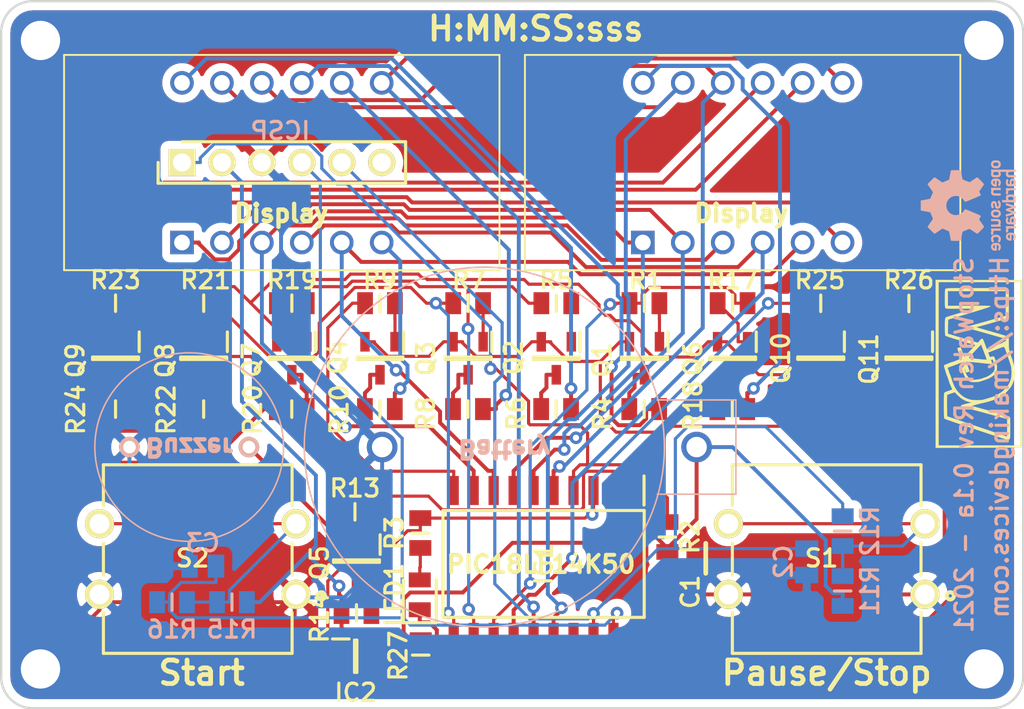
<source format=kicad_pcb>
(kicad_pcb (version 20171130) (host pcbnew "(5.1.10)-1")
  (layers (0 F.Cu signal) (31 B.Cu signal) (34 B.Paste user) (35 F.Paste user) (36 B.SilkS user) (37 F.SilkS user) (38 B.Mask user) (39 F.Mask user) (44 Edge.Cuts user))
  (net 0 "")
  (net 1 gnd)
  (net 2 +3V)
  (net 3 /B_2)
  (net 4 /B_1)
  (net 5 "Net-(IC1-Pad17)")
  (net 6 /D_a)
  (net 7 /D_b)
  (net 8 /D_c)
  (net 9 /C_1)
  (net 10 /C_2)
  (net 11 /C_3)
  (net 12 /C_4)
  (net 13 /D_dp)
  (net 14 /D_g)
  (net 15 /D_d)
  (net 16 /D_e)
  (net 17 /D_f)
  (net 18 /C_Buzzer)
  (net 19 "Net-(LED1-Pad2)")
  (net 20 "Net-(LS1-Pad1)")
  (net 21 "Net-(Q1-Pad3)")
  (net 22 "Net-(Q1-Pad1)")
  (net 23 "Net-(Q2-Pad3)")
  (net 24 "Net-(Q2-Pad1)")
  (net 25 "Net-(Q3-Pad3)")
  (net 26 "Net-(Q3-Pad1)")
  (net 27 "Net-(Q4-Pad3)")
  (net 28 "Net-(Q4-Pad1)")
  (net 29 "Net-(Q5-Pad3)")
  (net 30 "Net-(Q5-Pad1)")
  (net 31 /CC_1)
  (net 32 /CC_2)
  (net 33 /CC_3)
  (net 34 /CC_4)
  (net 35 "Net-(R11-Pad1)")
  (net 36 "Net-(R15-Pad1)")
  (net 37 /MCLR)
  (net 38 "Net-(J1-Pad6)")
  (net 39 /C_U13)
  (net 40 /C_display)
  (net 41 "Net-(IC2-Pad1)")
  (net 42 /U3)
  (net 43 "Net-(Q6-Pad3)")
  (net 44 /U1)
  (net 45 "Net-(Q6-Pad1)")
  (net 46 "Net-(Q7-Pad3)")
  (net 47 "Net-(Q7-Pad1)")
  (net 48 "Net-(Q8-Pad3)")
  (net 49 "Net-(Q8-Pad1)")
  (net 50 "Net-(Q9-Pad3)")
  (net 51 "Net-(Q9-Pad1)")
  (net 52 "Net-(Q10-Pad1)")
  (net 53 "Net-(Q11-Pad1)")
  (net 54 /CC_5)
  (net 55 /CC_6)
  (net 56 /CC_7)
  (net 57 /CC_8)
  (module User:4Display-7segment (layer F.Cu) (at 73.28 40.5 90)
    (fp_text reference U3 hide)
    (fp_text value CC56-12EWA hide)
    (pad 5 thru_hole circle (at -5.86 3.69 90) (size 1.5 1.5) (drill 1) (layers *.Cu *.Mask) (net 14 /D_g))
    (pad 11 thru_hole circle (at 4.3 -3.93 90) (size 1.5 1.5) (drill 1) (layers *.Cu *.Mask) (net 6 /D_a))
    (pad 12 thru_hole circle (at 4.3 -6.47 90) (size 1.5 1.5) (drill 1) (layers *.Cu *.Mask) (net 54 /CC_5))
    (pad 10 thru_hole circle (at 4.3 -1.39 90) (size 1.5 1.5) (drill 1) (layers *.Cu *.Mask) (net 17 /D_f))
    (pad 9 thru_hole circle (at 4.3 1.15 90) (size 1.5 1.5) (drill 1) (layers *.Cu *.Mask) (net 55 /CC_6))
    (pad 8 thru_hole circle (at 4.3 3.69 90) (size 1.5 1.5) (drill 1) (layers *.Cu *.Mask) (net 56 /CC_7))
    (pad 6 thru_hole circle (at -5.86 6.23 90) (size 1.5 1.5) (drill 1) (layers *.Cu *.Mask) (net 57 /CC_8))
    (pad 7 thru_hole circle (at 4.3 6.23 90) (size 1.5 1.5) (drill 1) (layers *.Cu *.Mask) (net 7 /D_b))
    (pad 3 thru_hole circle (at -5.86 -1.39 90) (size 1.5 1.5) (drill 1) (layers *.Cu *.Mask) (net 13 /D_dp))
    (pad 4 thru_hole circle (at -5.86 1.15 90) (size 1.5 1.5) (drill 1) (layers *.Cu *.Mask) (net 8 /D_c))
    (pad 1 thru_hole rect (at -5.86 -6.47 90) (size 1.5 1.5) (drill 1) (layers *.Cu *.Mask) (net 16 /D_e))
    (pad 2 thru_hole circle (at -5.86 -3.93 90) (size 1.5 1.5) (drill 1) (layers *.Cu *.Mask) (net 15 /D_d))
  )
  (module Display_7Segment:CA56-12EWA (layer F.Cu) (at 37.5 46.36 90)
    (fp_text reference U1 hide)
    (fp_text value CC56-12EWA hide)
    (pad 12 thru_hole circle (at 10.16 0 90) (size 1.5 1.5) (drill 1) (layers *.Cu *.Mask) (net 31 /CC_1))
    (pad 11 thru_hole circle (at 10.16 2.54 90) (size 1.5 1.5) (drill 1) (layers *.Cu *.Mask) (net 6 /D_a))
    (pad 10 thru_hole circle (at 10.16 5.08 90) (size 1.5 1.5) (drill 1) (layers *.Cu *.Mask) (net 17 /D_f))
    (pad 9 thru_hole circle (at 10.16 7.62 90) (size 1.5 1.5) (drill 1) (layers *.Cu *.Mask) (net 32 /CC_2))
    (pad 8 thru_hole circle (at 10.16 10.16 90) (size 1.5 1.5) (drill 1) (layers *.Cu *.Mask) (net 33 /CC_3))
    (pad 7 thru_hole circle (at 10.16 12.7 90) (size 1.5 1.5) (drill 1) (layers *.Cu *.Mask) (net 7 /D_b))
    (pad 6 thru_hole circle (at 0 12.7 90) (size 1.5 1.5) (drill 1) (layers *.Cu *.Mask) (net 34 /CC_4))
    (pad 5 thru_hole circle (at 0 10.16 90) (size 1.5 1.5) (drill 1) (layers *.Cu *.Mask) (net 14 /D_g))
    (pad 4 thru_hole circle (at 0 7.62 90) (size 1.5 1.5) (drill 1) (layers *.Cu *.Mask) (net 8 /D_c))
    (pad 3 thru_hole circle (at 0 5.08 90) (size 1.5 1.5) (drill 1) (layers *.Cu *.Mask) (net 13 /D_dp))
    (pad 2 thru_hole circle (at 0 2.54 90) (size 1.5 1.5) (drill 1) (layers *.Cu *.Mask) (net 15 /D_d))
    (pad 1 thru_hole rect (at 0 0 90) (size 1.5 1.5) (drill 1) (layers *.Cu *.Mask) (net 16 /D_e))
  )
  (module SamacSys_Parts:RESC2012X65N (layer F.Cu) (at 52.6818 72.6185 270)
    (fp_text reference R27 (at 0.0508 1.43178 90) (layer F.SilkS) (effects (font (size 1.1 1.1) (thickness 0.2))))
    (fp_text value 100 hide)
    (pad 2 smd rect (at 0.95 0 270) (size 1 1.4) (layers F.Cu F.Paste F.Mask) (net 40 /C_display))
    (pad 1 smd rect (at -0.95 0 270) (size 1 1.4) (layers F.Cu F.Paste F.Mask) (net 2 +3V))
  )
  (module SamacSys_Parts:RESC2012X65N (layer F.Cu) (at 83.73 50.24 180)
    (fp_text reference R26 (at 0 1.49) (layer F.SilkS) (effects (font (size 1.1 1.1) (thickness 0.2))))
    (fp_text value 4k7 hide)
    (pad 2 smd rect (at 0.95 0 180) (size 1 1.4) (layers F.Cu F.Paste F.Mask) (net 53 "Net-(Q11-Pad1)"))
    (pad 1 smd rect (at -0.95 0 180) (size 1 1.4) (layers F.Cu F.Paste F.Mask) (net 40 /C_display))
  )
  (module SamacSys_Parts:RESC2012X65N (layer F.Cu) (at 78.1237 50.23)
    (fp_text reference R25 (at -0.0568 -1.48) (layer F.SilkS) (effects (font (size 1.1 1.1) (thickness 0.2))))
    (fp_text value 4k7 hide)
    (pad 2 smd rect (at 0.95 0) (size 1 1.4) (layers F.Cu F.Paste F.Mask) (net 52 "Net-(Q10-Pad1)"))
    (pad 1 smd rect (at -0.95 0) (size 1 1.4) (layers F.Cu F.Paste F.Mask) (net 39 /C_U13))
  )
  (module SamacSys_Parts:RESC2012X65N (layer F.Cu) (at 33.2734 56.96)
    (fp_text reference R24 (at -2.5234 0.04 90) (layer F.SilkS) (effects (font (size 1.1 1.1) (thickness 0.2))))
    (fp_text value 220 hide)
    (pad 2 smd rect (at 0.95 0) (size 1 1.4) (layers F.Cu F.Paste F.Mask) (net 57 /CC_8))
    (pad 1 smd rect (at -0.95 0) (size 1 1.4) (layers F.Cu F.Paste F.Mask) (net 50 "Net-(Q9-Pad3)"))
  )
  (module SamacSys_Parts:RESC2012X65N (layer F.Cu) (at 33.2734 50.221)
    (fp_text reference R23 (at 0 -1.471) (layer F.SilkS) (effects (font (size 1.1 1.1) (thickness 0.2))))
    (fp_text value 4k7 hide)
    (pad 2 smd rect (at 0.95 0) (size 1 1.4) (layers F.Cu F.Paste F.Mask) (net 51 "Net-(Q9-Pad1)"))
    (pad 1 smd rect (at -0.95 0) (size 1 1.4) (layers F.Cu F.Paste F.Mask) (net 12 /C_4))
  )
  (module SamacSys_Parts:RESC2012X65N (layer F.Cu) (at 38.8772 56.96 180)
    (fp_text reference R22 (at 2.3772 -0.04 90) (layer F.SilkS) (effects (font (size 1.1 1.1) (thickness 0.2))))
    (fp_text value 220 hide)
    (pad 2 smd rect (at 0.95 0 180) (size 1 1.4) (layers F.Cu F.Paste F.Mask) (net 56 /CC_7))
    (pad 1 smd rect (at -0.95 0 180) (size 1 1.4) (layers F.Cu F.Paste F.Mask) (net 48 "Net-(Q8-Pad3)"))
  )
  (module SamacSys_Parts:RESC2012X65N (layer F.Cu) (at 38.8797 50.221 180)
    (fp_text reference R21 (at -0.120312 1.471) (layer F.SilkS) (effects (font (size 1.1 1.1) (thickness 0.2))))
    (fp_text value 4k7 hide)
    (pad 2 smd rect (at 0.95 0 180) (size 1 1.4) (layers F.Cu F.Paste F.Mask) (net 49 "Net-(Q8-Pad1)"))
    (pad 1 smd rect (at -0.95 0 180) (size 1 1.4) (layers F.Cu F.Paste F.Mask) (net 11 /C_3))
  )
  (module SamacSys_Parts:RESC2012X65N (layer F.Cu) (at 44.481 56.96 180)
    (fp_text reference R20 (at 2.481 -0.04 90) (layer F.SilkS) (effects (font (size 1.1 1.1) (thickness 0.2))))
    (fp_text value 220 hide)
    (pad 2 smd rect (at 0.95 0 180) (size 1 1.4) (layers F.Cu F.Paste F.Mask) (net 55 /CC_6))
    (pad 1 smd rect (at -0.95 0 180) (size 1 1.4) (layers F.Cu F.Paste F.Mask) (net 46 "Net-(Q7-Pad3)"))
  )
  (module SamacSys_Parts:RESC2012X65N (layer F.Cu) (at 44.486 50.221)
    (fp_text reference R19 (at 0.014024 -1.471) (layer F.SilkS) (effects (font (size 1.1 1.1) (thickness 0.2))))
    (fp_text value 4k7 hide)
    (pad 2 smd rect (at 0.95 0) (size 1 1.4) (layers F.Cu F.Paste F.Mask) (net 47 "Net-(Q7-Pad1)"))
    (pad 1 smd rect (at -0.95 0) (size 1 1.4) (layers F.Cu F.Paste F.Mask) (net 10 /C_2))
  )
  (module SamacSys_Parts:RESC2012X65N (layer F.Cu) (at 72.5 56.96)
    (fp_text reference R18 (at -2.5 -0.21 90) (layer F.SilkS) (effects (font (size 1.1 1.1) (thickness 0.2))))
    (fp_text value 220 hide)
    (pad 2 smd rect (at 0.95 0) (size 1 1.4) (layers F.Cu F.Paste F.Mask) (net 54 /CC_5))
    (pad 1 smd rect (at -0.95 0) (size 1 1.4) (layers F.Cu F.Paste F.Mask) (net 43 "Net-(Q6-Pad3)"))
  )
  (module SamacSys_Parts:RESC2012X65N (layer F.Cu) (at 72.5174 50.221 180)
    (fp_text reference R17 (at 0 1.471) (layer F.SilkS) (effects (font (size 1.1 1.1) (thickness 0.2))))
    (fp_text value 4k7 hide)
    (pad 2 smd rect (at 0.95 0 180) (size 1 1.4) (layers F.Cu F.Paste F.Mask) (net 45 "Net-(Q6-Pad1)"))
    (pad 1 smd rect (at -0.95 0 180) (size 1 1.4) (layers F.Cu F.Paste F.Mask) (net 9 /C_1))
  )
  (module SamacSys_Parts:SOT96P237X111-3N (layer F.Cu) (at 83.73 53.7226 270)
    (fp_text reference Q11 (at 0.0508 2.54 90) (layer F.SilkS) (effects (font (size 1.1 1.1) (thickness 0.2))))
    (fp_text value SMMBT5551LT1G hide)
    (pad 3 smd rect (at 1.05 0) (size 0.6 1.25) (layers F.Cu F.Paste F.Mask) (net 42 /U3))
    (pad 2 smd rect (at -1.05 0.955) (size 0.6 1.25) (layers F.Cu F.Paste F.Mask) (net 1 gnd))
    (pad 1 smd rect (at -1.05 -0.955) (size 0.6 1.25) (layers F.Cu F.Paste F.Mask) (net 53 "Net-(Q11-Pad1)"))
  )
  (module SamacSys_Parts:SOT96P237X111-3N (layer F.Cu) (at 78.1237 53.7218 270)
    (fp_text reference Q10 (at 0 2.54 90) (layer F.SilkS) (effects (font (size 1.1 1.1) (thickness 0.2))))
    (fp_text value SMMBT5551LT1G hide)
    (pad 3 smd rect (at 1.05 0) (size 0.6 1.25) (layers F.Cu F.Paste F.Mask) (net 44 /U1))
    (pad 2 smd rect (at -1.05 0.955) (size 0.6 1.25) (layers F.Cu F.Paste F.Mask) (net 1 gnd))
    (pad 1 smd rect (at -1.05 -0.955) (size 0.6 1.25) (layers F.Cu F.Paste F.Mask) (net 52 "Net-(Q10-Pad1)"))
  )
  (module SamacSys_Parts:SOT96P237X111-3N (layer F.Cu) (at 33.2734 53.7262 270)
    (fp_text reference Q9 (at 0.1524 2.5654 90) (layer F.SilkS) (effects (font (size 1.1 1.1) (thickness 0.2))))
    (fp_text value SMMBT5551LT1G hide)
    (pad 3 smd rect (at 1.05 0) (size 0.6 1.25) (layers F.Cu F.Paste F.Mask) (net 50 "Net-(Q9-Pad3)"))
    (pad 2 smd rect (at -1.05 0.955) (size 0.6 1.25) (layers F.Cu F.Paste F.Mask) (net 44 /U1))
    (pad 1 smd rect (at -1.05 -0.955) (size 0.6 1.25) (layers F.Cu F.Paste F.Mask) (net 51 "Net-(Q9-Pad1)"))
  )
  (module SamacSys_Parts:SOT96P237X111-3N (layer F.Cu) (at 38.8797 53.7262 270)
    (fp_text reference Q8 (at 0.1524 2.4638 90) (layer F.SilkS) (effects (font (size 1.1 1.1) (thickness 0.2))))
    (fp_text value SMMBT5551LT1G hide)
    (pad 3 smd rect (at 1.05 0) (size 0.6 1.25) (layers F.Cu F.Paste F.Mask) (net 48 "Net-(Q8-Pad3)"))
    (pad 2 smd rect (at -1.05 0.955) (size 0.6 1.25) (layers F.Cu F.Paste F.Mask) (net 44 /U1))
    (pad 1 smd rect (at -1.05 -0.955) (size 0.6 1.25) (layers F.Cu F.Paste F.Mask) (net 49 "Net-(Q8-Pad1)"))
  )
  (module SamacSys_Parts:SOT96P237X111-3N (layer F.Cu) (at 44.486 53.7262 270)
    (fp_text reference Q7 (at 0.127 2.5654 90) (layer F.SilkS) (effects (font (size 1.1 1.1) (thickness 0.2))))
    (fp_text value SMMBT5551LT1G hide)
    (pad 3 smd rect (at 1.05 0) (size 0.6 1.25) (layers F.Cu F.Paste F.Mask) (net 46 "Net-(Q7-Pad3)"))
    (pad 2 smd rect (at -1.05 0.955) (size 0.6 1.25) (layers F.Cu F.Paste F.Mask) (net 44 /U1))
    (pad 1 smd rect (at -1.05 -0.955) (size 0.6 1.25) (layers F.Cu F.Paste F.Mask) (net 47 "Net-(Q7-Pad1)"))
  )
  (module SamacSys_Parts:SOT96P237X111-3N (layer F.Cu) (at 72.5174 53.7262 270)
    (fp_text reference Q6 (at 0.0238 2.517416 90) (layer F.SilkS) (effects (font (size 1.1 1.1) (thickness 0.2))))
    (fp_text value SMMBT5551LT1G hide)
    (pad 3 smd rect (at 1.05 0) (size 0.6 1.25) (layers F.Cu F.Paste F.Mask) (net 43 "Net-(Q6-Pad3)"))
    (pad 2 smd rect (at -1.05 0.955) (size 0.6 1.25) (layers F.Cu F.Paste F.Mask) (net 44 /U1))
    (pad 1 smd rect (at -1.05 -0.955) (size 0.6 1.25) (layers F.Cu F.Paste F.Mask) (net 45 "Net-(Q6-Pad1)"))
  )
  (module SamacSys_Parts_2:SOT65P212X110-5N (layer F.Cu) (at 48.5471 72.69)
    (fp_text reference IC2 hide)
    (fp_text value 74LVC1G06GW,125 hide)
    (fp_text user %R (at 0 2.31004) (layer F.SilkS) (effects (font (size 1.1 1.1) (thickness 0.2))))
    (pad 5 smd rect (at 0.95 -0.65 90) (size 0.4 1.05) (layers F.Cu F.Paste F.Mask) (net 2 +3V))
    (pad 4 smd rect (at 0.95 0.65 90) (size 0.4 1.05) (layers F.Cu F.Paste F.Mask) (net 40 /C_display))
    (pad 3 smd rect (at -0.95 0.65 90) (size 0.4 1.05) (layers F.Cu F.Paste F.Mask) (net 1 gnd))
    (pad 2 smd rect (at -0.95 0 90) (size 0.4 1.05) (layers F.Cu F.Paste F.Mask) (net 39 /C_U13))
    (pad 1 smd rect (at -0.95 -0.65 90) (size 0.4 1.05) (layers F.Cu F.Paste F.Mask) (net 41 "Net-(IC2-Pad1)"))
  )
  (module Symbol:OSHW-Logo_5.7x6mm_SilkScreen (layer B.Cu) (at 87.5 44 270)
    (fp_text reference REF** hide)
    (fp_text value OSHW-Logo_5.7x6mm_SilkScreen hide)
  )
  (module MDV:logo_MDV_3 (layer F.Cu) (at 88.2015 54.06898 270)
    (fp_text reference G*** hide)
    (fp_text value LOGO hide)
  )
  (module SamacSys_Parts:B3F-4000 (layer F.Cu) (at 78.502 66.506)
    (fp_text reference S1 (at -0.33 -0.055) (layer F.SilkS) (effects (font (size 1.1 1.1) (thickness 0.2))))
    (fp_text value B3F-4050-SamacSys_Parts hide)
    (pad 4 thru_hole circle (at -6.25 -2.25 90) (size 1.85 1.85) (drill 1.25) (layers *.Cu *.Mask F.SilkS) (net 35 "Net-(R11-Pad1)"))
    (pad 3 thru_hole circle (at 6.25 -2.25 90) (size 1.85 1.85) (drill 1.25) (layers *.Cu *.Mask F.SilkS) (net 35 "Net-(R11-Pad1)"))
    (pad 2 thru_hole circle (at -6.25 2.25 90) (size 1.85 1.85) (drill 1.25) (layers *.Cu *.Mask F.SilkS) (net 1 gnd))
    (pad 1 thru_hole circle (at 6.25 2.25 90) (size 1.85 1.85) (drill 1.25) (layers *.Cu *.Mask F.SilkS) (net 1 gnd))
  )
  (module SamacSys_Parts:B3F-4000 (layer F.Cu) (at 38.502 66.506)
    (fp_text reference S2 (at -0.33 -0.055) (layer F.SilkS) (effects (font (size 1.1 1.1) (thickness 0.2))))
    (fp_text value B3F-4050-SamacSys_Parts hide)
    (pad 4 thru_hole circle (at -6.25 -2.25 90) (size 1.85 1.85) (drill 1.25) (layers *.Cu *.Mask F.SilkS) (net 36 "Net-(R15-Pad1)"))
    (pad 3 thru_hole circle (at 6.25 -2.25 90) (size 1.85 1.85) (drill 1.25) (layers *.Cu *.Mask F.SilkS) (net 36 "Net-(R15-Pad1)"))
    (pad 2 thru_hole circle (at -6.25 2.25 90) (size 1.85 1.85) (drill 1.25) (layers *.Cu *.Mask F.SilkS) (net 1 gnd))
    (pad 1 thru_hole circle (at 6.25 2.25 90) (size 1.85 1.85) (drill 1.25) (layers *.Cu *.Mask F.SilkS) (net 1 gnd))
  )
  (module SamacSys_Parts_2:CH0752032 (layer B.Cu) (at 70.2285 59.3787 90)
    (fp_text reference U2 hide)
    (fp_text value CH075-2032 hide)
    (pad 2 thru_hole circle (at 0 -20 90) (size 1.95 1.95) (drill 1.3) (layers *.Cu *.Mask) (net 1 gnd))
    (pad 1 thru_hole circle (at 0 0 90) (size 1.95 1.95) (drill 1.3) (layers *.Cu *.Mask) (net 2 +3V))
  )
  (module SamacSys_Parts:RESC2012X65N (layer B.Cu) (at 36.8669 69.2462 180)
    (fp_text reference R16 (at 0 -1.732) (layer B.SilkS) (effects (font (size 1.1 1.1) (thickness 0.2)) (justify mirror)))
    (fp_text value 10k hide)
    (pad 2 smd rect (at 0.95 0 180) (size 1 1.4) (layers B.Cu B.Paste B.Mask) (net 4 /B_1))
    (pad 1 smd rect (at -0.95 0 180) (size 1 1.4) (layers B.Cu B.Paste B.Mask) (net 36 "Net-(R15-Pad1)"))
  )
  (module SamacSys_Parts:RESC2012X65N (layer B.Cu) (at 40.6769 69.2462)
    (fp_text reference R15 (at 0 1.732 -180) (layer B.SilkS) (effects (font (size 1.1 1.1) (thickness 0.2)) (justify mirror)))
    (fp_text value 10k hide)
    (pad 2 smd rect (at 0.95 0) (size 1 1.4) (layers B.Cu B.Paste B.Mask) (net 2 +3V))
    (pad 1 smd rect (at -0.95 0) (size 1 1.4) (layers B.Cu B.Paste B.Mask) (net 36 "Net-(R15-Pad1)"))
  )
  (module SamacSys_Parts:RESC2012X65N (layer F.Cu) (at 48.596 69.936)
    (fp_text reference R14 (at -2.346 0.314 90) (layer F.SilkS) (effects (font (size 1.1 1.1) (thickness 0.2))))
    (fp_text value 220 hide)
    (pad 2 smd rect (at 0.95 0) (size 1 1.4) (layers F.Cu F.Paste F.Mask) (net 29 "Net-(Q5-Pad3)"))
    (pad 1 smd rect (at -0.95 0) (size 1 1.4) (layers F.Cu F.Paste F.Mask) (net 2 +3V))
  )
  (module SamacSys_Parts:RESC2012X65N (layer F.Cu) (at 48.5 63.5)
    (fp_text reference R13 (at 0 -1.5) (layer F.SilkS) (effects (font (size 1.1 1.1) (thickness 0.2))))
    (fp_text value 4k7 hide)
    (pad 2 smd rect (at 0.95 0) (size 1 1.4) (layers F.Cu F.Paste F.Mask) (net 30 "Net-(Q5-Pad1)"))
    (pad 1 smd rect (at -0.95 0) (size 1 1.4) (layers F.Cu F.Paste F.Mask) (net 18 /C_Buzzer))
  )
  (module SamacSys_Parts:RESC2012X65N (layer B.Cu) (at 79.518 64.728 90)
    (fp_text reference R12 (at 0 1.732 90) (layer B.SilkS) (effects (font (size 1.1 1.1) (thickness 0.2)) (justify mirror)))
    (fp_text value 10k hide)
    (pad 2 smd rect (at 0.95 0 90) (size 1 1.4) (layers B.Cu B.Paste B.Mask) (net 3 /B_2))
    (pad 1 smd rect (at -0.95 0 90) (size 1 1.4) (layers B.Cu B.Paste B.Mask) (net 35 "Net-(R11-Pad1)"))
  )
  (module SamacSys_Parts:RESC2012X65N (layer B.Cu) (at 79.518 68.538 270)
    (fp_text reference R11 (at 0 -1.732 270) (layer B.SilkS) (effects (font (size 1.1 1.1) (thickness 0.2)) (justify mirror)))
    (fp_text value 10k hide)
    (pad 2 smd rect (at 0.95 0 270) (size 1 1.4) (layers B.Cu B.Paste B.Mask) (net 2 +3V))
    (pad 1 smd rect (at -0.95 0 270) (size 1 1.4) (layers B.Cu B.Paste B.Mask) (net 35 "Net-(R11-Pad1)"))
  )
  (module SamacSys_Parts:RESC2012X65N (layer F.Cu) (at 50.0848 56.96)
    (fp_text reference R10 (at -2.5848 0.04 270) (layer F.SilkS) (effects (font (size 1.1 1.1) (thickness 0.2))))
    (fp_text value 220 hide)
    (pad 2 smd rect (at 0.95 0) (size 1 1.4) (layers F.Cu F.Paste F.Mask) (net 34 /CC_4))
    (pad 1 smd rect (at -0.95 0) (size 1 1.4) (layers F.Cu F.Paste F.Mask) (net 27 "Net-(Q4-Pad3)"))
  )
  (module SamacSys_Parts:RESC2012X65N (layer F.Cu) (at 50.0923 50.221)
    (fp_text reference R9 (at 0 -1.471) (layer F.SilkS) (effects (font (size 1.1 1.1) (thickness 0.2))))
    (fp_text value 4k7 hide)
    (pad 2 smd rect (at 0.95 0) (size 1 1.4) (layers F.Cu F.Paste F.Mask) (net 28 "Net-(Q4-Pad1)"))
    (pad 1 smd rect (at -0.95 0) (size 1 1.4) (layers F.Cu F.Paste F.Mask) (net 12 /C_4))
  )
  (module SamacSys_Parts:RESC2012X65N (layer F.Cu) (at 55.6886 56.96)
    (fp_text reference R8 (at -2.6886 0.29 90) (layer F.SilkS) (effects (font (size 1.1 1.1) (thickness 0.2))))
    (fp_text value 220 hide)
    (pad 2 smd rect (at 0.95 0) (size 1 1.4) (layers F.Cu F.Paste F.Mask) (net 33 /CC_3))
    (pad 1 smd rect (at -0.95 0) (size 1 1.4) (layers F.Cu F.Paste F.Mask) (net 25 "Net-(Q3-Pad3)"))
  )
  (module SamacSys_Parts:RESC2012X65N (layer F.Cu) (at 55.6986 50.221)
    (fp_text reference R7 (at 0.051448 -1.471) (layer F.SilkS) (effects (font (size 1.1 1.1) (thickness 0.2))))
    (fp_text value 4k7 hide)
    (pad 2 smd rect (at 0.95 0) (size 1 1.4) (layers F.Cu F.Paste F.Mask) (net 26 "Net-(Q3-Pad1)"))
    (pad 1 smd rect (at -0.95 0) (size 1 1.4) (layers F.Cu F.Paste F.Mask) (net 11 /C_3))
  )
  (module SamacSys_Parts:RESC2012X65N (layer F.Cu) (at 61.2924 56.96)
    (fp_text reference R6 (at -2.5424 0.29 90) (layer F.SilkS) (effects (font (size 1.1 1.1) (thickness 0.2))))
    (fp_text value 220 hide)
    (pad 2 smd rect (at 0.95 0) (size 1 1.4) (layers F.Cu F.Paste F.Mask) (net 32 /CC_2))
    (pad 1 smd rect (at -0.95 0) (size 1 1.4) (layers F.Cu F.Paste F.Mask) (net 23 "Net-(Q2-Pad3)"))
  )
  (module SamacSys_Parts:RESC2012X65N (layer F.Cu) (at 61.3048 50.221)
    (fp_text reference R5 (at 0 -1.471) (layer F.SilkS) (effects (font (size 1.1 1.1) (thickness 0.2))))
    (fp_text value 4k7 hide)
    (pad 2 smd rect (at 0.95 0) (size 1 1.4) (layers F.Cu F.Paste F.Mask) (net 24 "Net-(Q2-Pad1)"))
    (pad 1 smd rect (at -0.95 0) (size 1 1.4) (layers F.Cu F.Paste F.Mask) (net 10 /C_2))
  )
  (module SamacSys_Parts:RESC2012X65N (layer F.Cu) (at 66.8962 56.96)
    (fp_text reference R4 (at -2.6462 0.29 90) (layer F.SilkS) (effects (font (size 1.1 1.1) (thickness 0.2))))
    (fp_text value 220 hide)
    (pad 2 smd rect (at 0.95 0) (size 1 1.4) (layers F.Cu F.Paste F.Mask) (net 31 /CC_1))
    (pad 1 smd rect (at -0.95 0) (size 1 1.4) (layers F.Cu F.Paste F.Mask) (net 21 "Net-(Q1-Pad3)"))
  )
  (module SamacSys_Parts:RESC2012X65N (layer F.Cu) (at 52.656 64.849 270)
    (fp_text reference R3 (at 0 1.656 90) (layer F.SilkS) (effects (font (size 1.1 1.1) (thickness 0.2))))
    (fp_text value 220 hide)
    (pad 2 smd rect (at 0.95 0 270) (size 1 1.4) (layers F.Cu F.Paste F.Mask) (net 19 "Net-(LED1-Pad2)"))
    (pad 1 smd rect (at -0.95 0 270) (size 1 1.4) (layers F.Cu F.Paste F.Mask) (net 39 /C_U13))
  )
  (module SamacSys_Parts:RESC2012X65N (layer F.Cu) (at 68.37 65.104 90)
    (fp_text reference R2 (at 0 1.46 270) (layer F.SilkS) (effects (font (size 1.1 1.1) (thickness 0.2))))
    (fp_text value 10k hide)
    (pad 2 smd rect (at 0.95 0 90) (size 1 1.4) (layers F.Cu F.Paste F.Mask) (net 37 /MCLR))
    (pad 1 smd rect (at -0.95 0 90) (size 1 1.4) (layers F.Cu F.Paste F.Mask) (net 2 +3V))
  )
  (module SamacSys_Parts:RESC2012X65N (layer F.Cu) (at 66.9111 50.221)
    (fp_text reference R1 (at 0.088872 -1.471 180) (layer F.SilkS) (effects (font (size 1.1 1.1) (thickness 0.2))))
    (fp_text value 4k7 hide)
    (pad 2 smd rect (at 0.95 0) (size 1 1.4) (layers F.Cu F.Paste F.Mask) (net 22 "Net-(Q1-Pad1)"))
    (pad 1 smd rect (at -0.95 0) (size 1 1.4) (layers F.Cu F.Paste F.Mask) (net 9 /C_1))
  )
  (module SamacSys_Parts:SOT96P237X111-3N (layer F.Cu) (at 48.596 66.634 270)
    (fp_text reference Q5 (at 0.116 2.346 270) (layer F.SilkS) (effects (font (size 1.1 1.1) (thickness 0.2))))
    (fp_text value SMMBT5551LT1G hide)
    (pad 3 smd rect (at 1.05 0) (size 0.6 1.25) (layers F.Cu F.Paste F.Mask) (net 29 "Net-(Q5-Pad3)"))
    (pad 2 smd rect (at -1.05 0.955) (size 0.6 1.25) (layers F.Cu F.Paste F.Mask) (net 20 "Net-(LS1-Pad1)"))
    (pad 1 smd rect (at -1.05 -0.955) (size 0.6 1.25) (layers F.Cu F.Paste F.Mask) (net 30 "Net-(Q5-Pad1)"))
  )
  (module SamacSys_Parts:SOT96P237X111-3N (layer F.Cu) (at 50.0923 53.7262 270)
    (fp_text reference Q4 (at -0.0762 2.6924 90) (layer F.SilkS) (effects (font (size 1.1 1.1) (thickness 0.2))))
    (fp_text value SMMBT5551LT1G hide)
    (pad 3 smd rect (at 1.05 0) (size 0.6 1.25) (layers F.Cu F.Paste F.Mask) (net 27 "Net-(Q4-Pad3)"))
    (pad 2 smd rect (at -1.05 0.955) (size 0.6 1.25) (layers F.Cu F.Paste F.Mask) (net 42 /U3))
    (pad 1 smd rect (at -1.05 -0.955) (size 0.6 1.25) (layers F.Cu F.Paste F.Mask) (net 28 "Net-(Q4-Pad1)"))
  )
  (module SamacSys_Parts:SOT96P237X111-3N (layer F.Cu) (at 55.6986 53.7262 270)
    (fp_text reference Q3 (at 0.0254 2.6924 270) (layer F.SilkS) (effects (font (size 1.1 1.1) (thickness 0.2))))
    (fp_text value SMMBT5551LT1G hide)
    (pad 3 smd rect (at 1.05 0) (size 0.6 1.25) (layers F.Cu F.Paste F.Mask) (net 25 "Net-(Q3-Pad3)"))
    (pad 2 smd rect (at -1.05 0.955) (size 0.6 1.25) (layers F.Cu F.Paste F.Mask) (net 42 /U3))
    (pad 1 smd rect (at -1.05 -0.955) (size 0.6 1.25) (layers F.Cu F.Paste F.Mask) (net 26 "Net-(Q3-Pad1)"))
  )
  (module SamacSys_Parts:SOT96P237X111-3N (layer F.Cu) (at 61.3048 53.7262 270)
    (fp_text reference Q2 (at -0.0422 2.7178 270) (layer F.SilkS) (effects (font (size 1.1 1.1) (thickness 0.2))))
    (fp_text value SMMBT5551LT1G hide)
    (pad 3 smd rect (at 1.05 0) (size 0.6 1.25) (layers F.Cu F.Paste F.Mask) (net 23 "Net-(Q2-Pad3)"))
    (pad 2 smd rect (at -1.05 0.955) (size 0.6 1.25) (layers F.Cu F.Paste F.Mask) (net 42 /U3))
    (pad 1 smd rect (at -1.05 -0.955) (size 0.6 1.25) (layers F.Cu F.Paste F.Mask) (net 24 "Net-(Q2-Pad1)"))
  )
  (module SamacSys_Parts:SOT96P237X111-3N (layer F.Cu) (at 66.9111 53.7262 270)
    (fp_text reference Q1 (at 0.1184 2.6822 270) (layer F.SilkS) (effects (font (size 1.1 1.1) (thickness 0.2))))
    (fp_text value SMMBT5551LT1G hide)
    (pad 3 smd rect (at 1.05 0) (size 0.6 1.25) (layers F.Cu F.Paste F.Mask) (net 21 "Net-(Q1-Pad3)"))
    (pad 2 smd rect (at -1.05 0.955) (size 0.6 1.25) (layers F.Cu F.Paste F.Mask) (net 42 /U3))
    (pad 1 smd rect (at -1.05 -0.955) (size 0.6 1.25) (layers F.Cu F.Paste F.Mask) (net 22 "Net-(Q1-Pad1)"))
  )
  (module SamacSys_Parts:TMB12A05 (layer B.Cu) (at 41.7576 59.3787 270)
    (fp_text reference LS1 hide)
    (fp_text value TMB12A05 hide)
    (pad 2 thru_hole circle (at 0 7.6 180) (size 1.3 1.3) (drill 0.8) (layers *.Cu *.Mask B.SilkS) (net 1 gnd))
    (pad 1 thru_hole circle (at 0 0 180) (size 1.3 1.3) (drill 0.8) (layers *.Cu *.Mask B.SilkS) (net 20 "Net-(LS1-Pad1)"))
  )
  (module SamacSys_Parts:LEDC2012X90N (layer F.Cu) (at 52.622 68.782 90)
    (fp_text reference LED1 (at 0 -1.622 90) (layer F.SilkS) (effects (font (size 1.1 1.1) (thickness 0.2))))
    (fp_text value LTST-C171GKT hide)
    (pad 2 smd rect (at 0.95 0 90) (size 0.95 1.4) (layers F.Cu F.Paste F.Mask) (net 19 "Net-(LED1-Pad2)"))
    (pad 1 smd rect (at -0.95 0 90) (size 0.95 1.4) (layers F.Cu F.Paste F.Mask) (net 1 gnd))
  )
  (module SamacSys_Parts:HDRV6W66P0X254_1X6_1524X254X874P (layer F.Cu) (at 37.5 41.265)
    (fp_text reference J1 (at 0 0) (layer F.SilkS) (effects (font (size 1.1 1.1) (thickness 0.2))))
    (fp_text value Pickit hide)
    (pad 6 thru_hole circle (at 12.7 0 90) (size 1.725 1.725) (drill 1.15) (layers *.Cu *.Mask F.SilkS) (net 38 "Net-(J1-Pad6)"))
    (pad 5 thru_hole circle (at 10.16 0 90) (size 1.725 1.725) (drill 1.15) (layers *.Cu *.Mask F.SilkS) (net 3 /B_2))
    (pad 4 thru_hole circle (at 7.62 0 90) (size 1.725 1.725) (drill 1.15) (layers *.Cu *.Mask F.SilkS) (net 4 /B_1))
    (pad 3 thru_hole circle (at 5.08 0 90) (size 1.725 1.725) (drill 1.15) (layers *.Cu *.Mask F.SilkS) (net 1 gnd))
    (pad 2 thru_hole circle (at 2.54 0 90) (size 1.725 1.725) (drill 1.15) (layers *.Cu *.Mask F.SilkS) (net 2 +3V))
    (pad 1 thru_hole rect (at 0 0 90) (size 1.725 1.725) (drill 1.15) (layers *.Cu *.Mask F.SilkS) (net 37 /MCLR))
  )
  (module SamacSys_Parts_2:SOIC127P1030X265-20N (layer F.Cu) (at 60.496 66.816 270)
    (fp_text reference IC1 hide)
    (fp_text value PIC18LF14K50-I_SO hide)
    (fp_text user %R (at 0 0 90) (layer F.SilkS) (effects (font (size 1.1 1.1) (thickness 0.2))))
    (pad 20 smd rect (at 4.675 -5.715) (size 0.65 1.85) (layers F.Cu F.Paste F.Mask) (net 1 gnd))
    (pad 19 smd rect (at 4.675 -4.445) (size 0.65 1.85) (layers F.Cu F.Paste F.Mask) (net 4 /B_1))
    (pad 18 smd rect (at 4.675 -3.175) (size 0.65 1.85) (layers F.Cu F.Paste F.Mask) (net 3 /B_2))
    (pad 17 smd rect (at 4.675 -1.905) (size 0.65 1.85) (layers F.Cu F.Paste F.Mask) (net 5 "Net-(IC1-Pad17)"))
    (pad 16 smd rect (at 4.675 -0.635) (size 0.65 1.85) (layers F.Cu F.Paste F.Mask) (net 6 /D_a))
    (pad 15 smd rect (at 4.675 0.635) (size 0.65 1.85) (layers F.Cu F.Paste F.Mask) (net 7 /D_b))
    (pad 14 smd rect (at 4.675 1.905) (size 0.65 1.85) (layers F.Cu F.Paste F.Mask) (net 8 /D_c))
    (pad 13 smd rect (at 4.675 3.175) (size 0.65 1.85) (layers F.Cu F.Paste F.Mask) (net 9 /C_1))
    (pad 12 smd rect (at 4.675 4.445) (size 0.65 1.85) (layers F.Cu F.Paste F.Mask) (net 10 /C_2))
    (pad 11 smd rect (at 4.675 5.715) (size 0.65 1.85) (layers F.Cu F.Paste F.Mask) (net 11 /C_3))
    (pad 10 smd rect (at -4.675 5.715) (size 0.65 1.85) (layers F.Cu F.Paste F.Mask) (net 12 /C_4))
    (pad 9 smd rect (at -4.675 4.445) (size 0.65 1.85) (layers F.Cu F.Paste F.Mask) (net 13 /D_dp))
    (pad 8 smd rect (at -4.675 3.175) (size 0.65 1.85) (layers F.Cu F.Paste F.Mask) (net 14 /D_g))
    (pad 7 smd rect (at -4.675 1.905) (size 0.65 1.85) (layers F.Cu F.Paste F.Mask) (net 15 /D_d))
    (pad 6 smd rect (at -4.675 0.635) (size 0.65 1.85) (layers F.Cu F.Paste F.Mask) (net 16 /D_e))
    (pad 5 smd rect (at -4.675 -0.635) (size 0.65 1.85) (layers F.Cu F.Paste F.Mask) (net 17 /D_f))
    (pad 4 smd rect (at -4.675 -1.905) (size 0.65 1.85) (layers F.Cu F.Paste F.Mask) (net 37 /MCLR))
    (pad 3 smd rect (at -4.675 -3.175) (size 0.65 1.85) (layers F.Cu F.Paste F.Mask) (net 39 /C_U13))
    (pad 2 smd rect (at -4.675 -4.445) (size 0.65 1.85) (layers F.Cu F.Paste F.Mask) (net 18 /C_Buzzer))
    (pad 1 smd rect (at -4.675 -5.715) (size 0.65 1.85) (layers F.Cu F.Paste F.Mask) (net 2 +3V))
  )
  (module SamacSys_Parts:CAPC2012X145N (layer B.Cu) (at 38.8209 66.9602 180)
    (fp_text reference C3 (at 0 1.482) (layer B.SilkS) (effects (font (size 1.1 1.1) (thickness 0.2)) (justify mirror)))
    (fp_text value 100nF hide)
    (pad 2 smd rect (at 0.84 0 180) (size 1.05 1.47) (layers B.Cu B.Paste B.Mask) (net 1 gnd))
    (pad 1 smd rect (at -0.84 0 180) (size 1.05 1.47) (layers B.Cu B.Paste B.Mask) (net 4 /B_1))
  )
  (module SamacSys_Parts:CAPC2012X145N (layer B.Cu) (at 77.232 66.682 270)
    (fp_text reference C2 (at 0 1.482 90) (layer B.SilkS) (effects (font (size 1.1 1.1) (thickness 0.2)) (justify mirror)))
    (fp_text value 100nF hide)
    (pad 2 smd rect (at 0.84 0 270) (size 1.05 1.47) (layers B.Cu B.Paste B.Mask) (net 1 gnd))
    (pad 1 smd rect (at -0.84 0 270) (size 1.05 1.47) (layers B.Cu B.Paste B.Mask) (net 3 /B_2))
  )
  (module SamacSys_Parts:CAPC2012X145N (layer F.Cu) (at 68.37 68.594 270)
    (fp_text reference C1 (at 0 -1.46 270) (layer F.SilkS) (effects (font (size 1.1 1.1) (thickness 0.2))))
    (fp_text value 100nF hide)
    (pad 2 smd rect (at 0.84 0 270) (size 1.05 1.47) (layers F.Cu F.Paste F.Mask) (net 1 gnd))
    (pad 1 smd rect (at -0.84 0 270) (size 1.05 1.47) (layers F.Cu F.Paste F.Mask) (net 2 +3V))
  )
  (gr_text Pause/Stop (at 78.5 73.75) (layer F.SilkS) (effects (font (size 1.5 1.5) (thickness 0.3))))
  (gr_text Start (at 38.75 73.75) (layer F.SilkS) (effects (font (size 1.5 1.5) (thickness 0.3))))
  (gr_text H:MM:SS:sss (at 60 32.75) (layer F.SilkS) (effects (font (size 1.5 1.5) (thickness 0.3))))
  (gr_text Display (at 73.07 44.5) (layer F.SilkS) (effects (font (size 1.1 1.1) (thickness 0.3))))
  (gr_text Https://makingdevices.com (at 89.5 58.75 90) (layer B.SilkS) (effects (font (size 1.1 1.1) (thickness 0.2)) (justify mirror)))
  (gr_text "StopWatch Rev 0.1a - 2021" (at 87.25 59.25 90) (layer B.SilkS) (effects (font (size 1.1 1.1) (thickness 0.2)) (justify mirror)))
  (gr_text ICSP (at 43.75 39.25) (layer B.SilkS) (effects (font (size 1.1 1.1) (thickness 0.2)) (justify mirror)))
  (gr_text Battery (at 58 59.5 180) (layer B.SilkS) (effects (font (size 1.1 1.1) (thickness 0.3)) (justify mirror)))
  (gr_text - (at 71 66.46 270) (layer F.SilkS) (effects (font (size 2.5 2.5) (thickness 0.3))))
  (gr_text Display (at 43.82 44.5) (layer F.SilkS) (effects (font (size 1.1 1.1) (thickness 0.3))))
  (gr_text PIC18LF14K50 (at 60.33 66.84) (layer F.SilkS) (effects (font (size 1.1 1.1) (thickness 0.25))))
  (gr_text Buzzer (at 37.9576 59.37866 180) (layer B.SilkS) (effects (font (size 1.1 1.1) (thickness 0.3)) (justify mirror)))
  (gr_arc (start 89 33) (end 91 33) (angle -90) (layer Edge.Cuts) (width 0.15))
  (gr_arc (start 89 74) (end 89 76) (angle -90) (layer Edge.Cuts) (width 0.15))
  (gr_arc (start 28 74) (end 26 74) (angle -90) (layer Edge.Cuts) (width 0.15))
  (gr_arc (start 28 33) (end 28 31) (angle -90) (layer Edge.Cuts) (width 0.15))
  (gr_line (start 89 76) (end 28 76) (layer Edge.Cuts) (width 0.15))
  (gr_line (start 91 33) (end 91 74) (layer Edge.Cuts) (width 0.15))
  (gr_line (start 28 31) (end 89 31) (layer Edge.Cuts) (width 0.15))
  (gr_line (start 26 74) (end 26 33) (layer Edge.Cuts) (width 0.15))
  (segment (start 77.1687 52.6718) (end 77.794 52.6718) (width 0.25) (layer F.Cu) (net 1))
  (segment (start 81.9324 52.4553) (end 80.7134 53.6743) (width 0.25) (layer F.Cu) (net 1))
  (segment (start 80.7134 53.6743) (end 78.6402 53.6743) (width 0.25) (layer F.Cu) (net 1))
  (segment (start 78.6402 53.6743) (end 77.794 52.8281) (width 0.25) (layer F.Cu) (net 1))
  (segment (start 77.794 52.8281) (end 77.794 52.6718) (width 0.25) (layer F.Cu) (net 1))
  (segment (start 88.5 33.5) (end 81.9324 40.0676) (width 0.25) (layer F.Cu) (net 1))
  (segment (start 81.9324 40.0676) (end 81.9324 52.4553) (width 0.25) (layer F.Cu) (net 1))
  (segment (start 52.622 69.732) (end 52.622 70.5323) (width 0.25) (layer F.Cu) (net 1))
  (segment (start 53.7072 72.7413) (end 53.7072 71.0173) (width 0.25) (layer F.Cu) (net 1))
  (segment (start 53.7072 71.0173) (end 53.2222 70.5323) (width 0.25) (layer F.Cu) (net 1))
  (segment (start 53.2222 70.5323) (end 52.622 70.5323) (width 0.25) (layer F.Cu) (net 1))
  (segment (start 53.7072 72.7413) (end 66.211 72.7413) (width 0.25) (layer F.Cu) (net 1))
  (segment (start 48.4474 73.34) (end 48.4474 73.1148) (width 0.25) (layer F.Cu) (net 1))
  (segment (start 48.4474 73.1148) (end 48.8209 72.7413) (width 0.25) (layer F.Cu) (net 1))
  (segment (start 48.8209 72.7413) (end 53.7072 72.7413) (width 0.25) (layer F.Cu) (net 1))
  (segment (start 81.9324 52.4553) (end 82.1497 52.6726) (width 0.25) (layer F.Cu) (net 1))
  (segment (start 82.775 52.6726) (end 82.1497 52.6726) (width 0.25) (layer F.Cu) (net 1))
  (segment (start 42.58 41.265) (end 39.7422 38.4272) (width 0.25) (layer F.Cu) (net 1))
  (segment (start 39.7422 38.4272) (end 33.4272 38.4272) (width 0.25) (layer F.Cu) (net 1))
  (segment (start 33.4272 38.4272) (end 28.5 33.5) (width 0.25) (layer F.Cu) (net 1))
  (segment (start 44.752 68.756) (end 44.9379 68.9419) (width 0.25) (layer B.Cu) (net 1))
  (segment (start 44.9379 68.9419) (end 47.8257 68.9419) (width 0.25) (layer B.Cu) (net 1))
  (segment (start 47.8257 68.9419) (end 50.2285 66.5391) (width 0.25) (layer B.Cu) (net 1))
  (segment (start 50.2285 66.5391) (end 50.2285 59.3787) (width 0.25) (layer B.Cu) (net 1))
  (segment (start 34.1576 66.9602) (end 37.9809 66.9602) (width 0.25) (layer B.Cu) (net 1))
  (segment (start 32.252 68.756) (end 34.0478 66.9602) (width 0.25) (layer B.Cu) (net 1))
  (segment (start 34.0478 66.9602) (end 34.1576 66.9602) (width 0.25) (layer B.Cu) (net 1))
  (segment (start 34.1576 66.9602) (end 34.1576 59.3787) (width 0.25) (layer B.Cu) (net 1))
  (segment (start 42.58 41.265) (end 43.7993 42.4843) (width 0.25) (layer B.Cu) (net 1))
  (segment (start 43.7993 42.4843) (end 43.7993 52.9495) (width 0.25) (layer B.Cu) (net 1))
  (segment (start 43.7993 52.9495) (end 50.2285 59.3787) (width 0.25) (layer B.Cu) (net 1))
  (segment (start 44.6662 69.252) (end 44.6662 71.2594) (width 0.25) (layer F.Cu) (net 1))
  (segment (start 44.6662 71.2594) (end 46.7468 73.34) (width 0.25) (layer F.Cu) (net 1))
  (segment (start 44.752 68.756) (end 44.6662 68.8418) (width 0.25) (layer F.Cu) (net 1))
  (segment (start 44.6662 68.8418) (end 44.6662 69.252) (width 0.25) (layer F.Cu) (net 1))
  (segment (start 32.252 69.252) (end 32.252 68.756) (width 0.25) (layer F.Cu) (net 1))
  (segment (start 28.5 73.5) (end 32.252 69.748) (width 0.25) (layer F.Cu) (net 1))
  (segment (start 32.252 69.748) (end 32.252 69.252) (width 0.25) (layer F.Cu) (net 1))
  (segment (start 32.252 69.252) (end 44.6662 69.252) (width 0.25) (layer F.Cu) (net 1))
  (segment (start 84.752 68.756) (end 86.0035 67.5045) (width 0.25) (layer F.Cu) (net 1))
  (segment (start 86.0035 67.5045) (end 86.0035 55.6023) (width 0.25) (layer F.Cu) (net 1))
  (segment (start 86.0035 55.6023) (end 83.4003 52.9991) (width 0.25) (layer F.Cu) (net 1))
  (segment (start 83.4003 52.9991) (end 83.4003 52.6726) (width 0.25) (layer F.Cu) (net 1))
  (segment (start 84.752 68.756) (end 72.252 68.756) (width 0.25) (layer F.Cu) (net 1))
  (segment (start 82.775 52.6726) (end 83.4003 52.6726) (width 0.25) (layer F.Cu) (net 1))
  (segment (start 68.37 69.434) (end 69.4303 69.434) (width 0.25) (layer F.Cu) (net 1))
  (segment (start 72.252 68.756) (end 70.1083 68.756) (width 0.25) (layer F.Cu) (net 1))
  (segment (start 70.1083 68.756) (end 69.4303 69.434) (width 0.25) (layer F.Cu) (net 1))
  (segment (start 66.211 71.491) (end 66.211 70.2407) (width 0.25) (layer F.Cu) (net 1))
  (segment (start 68.37 69.434) (end 67.3097 69.434) (width 0.25) (layer F.Cu) (net 1))
  (segment (start 67.3097 69.434) (end 66.503 70.2407) (width 0.25) (layer F.Cu) (net 1))
  (segment (start 66.503 70.2407) (end 66.211 70.2407) (width 0.25) (layer F.Cu) (net 1))
  (segment (start 47.5971 73.34) (end 48.4474 73.34) (width 0.25) (layer F.Cu) (net 1))
  (segment (start 66.211 71.491) (end 66.211 72.7413) (width 0.25) (layer F.Cu) (net 1))
  (segment (start 47.5971 73.34) (end 46.7468 73.34) (width 0.25) (layer F.Cu) (net 1))
  (segment (start 77.232 67.522) (end 73.486 67.522) (width 0.25) (layer B.Cu) (net 1))
  (segment (start 73.486 67.522) (end 72.252 68.756) (width 0.25) (layer B.Cu) (net 1))
  (segment (start 88.5 73.5) (end 88.5 72.504) (width 0.25) (layer B.Cu) (net 1))
  (segment (start 88.5 72.504) (end 84.752 68.756) (width 0.25) (layer B.Cu) (net 1))
  (via (at 88.5 33.5) (size 3.75) (drill 2.5) (layers F.Cu B.Cu) (net 1))
  (via (at 88.5 73.5) (size 3.75) (drill 2.5) (layers F.Cu B.Cu) (net 1))
  (via (at 28.5 73.5) (size 3.75) (drill 2.5) (layers F.Cu B.Cu) (net 1))
  (via (at 28.5 33.5) (size 3.75) (drill 2.5) (layers F.Cu B.Cu) (net 1))
  (segment (start 68.37 65.8183) (end 70.2285 63.9598) (width 0.25) (layer F.Cu) (net 2))
  (segment (start 70.2285 63.9598) (end 70.2285 59.3787) (width 0.25) (layer F.Cu) (net 2))
  (segment (start 66.4681 63.9164) (end 68.37 65.8183) (width 0.25) (layer F.Cu) (net 2))
  (segment (start 66.211 62.141) (end 66.211 63.3913) (width 0.25) (layer F.Cu) (net 2))
  (segment (start 66.4681 63.9164) (end 66.4681 63.6484) (width 0.25) (layer F.Cu) (net 2))
  (segment (start 66.4681 63.6484) (end 66.211 63.3913) (width 0.25) (layer F.Cu) (net 2))
  (segment (start 51.5966 71.2023) (end 51.1851 71.2023) (width 0.25) (layer F.Cu) (net 2))
  (segment (start 51.1851 71.2023) (end 50.3474 72.04) (width 0.25) (layer F.Cu) (net 2))
  (segment (start 52.1692 71.6685) (end 52.0628 71.6685) (width 0.25) (layer F.Cu) (net 2))
  (segment (start 52.0628 71.6685) (end 51.5966 71.2023) (width 0.25) (layer F.Cu) (net 2))
  (segment (start 66.4681 63.9164) (end 64.9118 65.4727) (width 0.25) (layer F.Cu) (net 2))
  (segment (start 64.9118 65.4727) (end 58.5193 65.4727) (width 0.25) (layer F.Cu) (net 2))
  (segment (start 58.5193 65.4727) (end 55.3596 68.6324) (width 0.25) (layer F.Cu) (net 2))
  (segment (start 55.3596 68.6324) (end 52.0152 68.6324) (width 0.25) (layer F.Cu) (net 2))
  (segment (start 52.0152 68.6324) (end 51.5966 69.051) (width 0.25) (layer F.Cu) (net 2))
  (segment (start 51.5966 69.051) (end 51.5966 71.2023) (width 0.25) (layer F.Cu) (net 2))
  (segment (start 68.37 66.054) (end 68.37 65.8183) (width 0.25) (layer F.Cu) (net 2))
  (segment (start 68.37 67.754) (end 68.37 66.054) (width 0.25) (layer F.Cu) (net 2))
  (segment (start 49.4971 72.04) (end 48.6468 72.04) (width 0.25) (layer F.Cu) (net 2))
  (segment (start 47.646 69.936) (end 47.646 70.9613) (width 0.25) (layer F.Cu) (net 2))
  (segment (start 47.646 70.9613) (end 47.7578 70.9613) (width 0.25) (layer F.Cu) (net 2))
  (segment (start 47.7578 70.9613) (end 48.6468 71.8503) (width 0.25) (layer F.Cu) (net 2))
  (segment (start 48.6468 71.8503) (end 48.6468 72.04) (width 0.25) (layer F.Cu) (net 2))
  (segment (start 47.646 69.4233) (end 47.646 69.936) (width 0.25) (layer F.Cu) (net 2))
  (segment (start 47.646 69.4233) (end 47.646 68.9107) (width 0.25) (layer F.Cu) (net 2))
  (segment (start 49.4971 72.04) (end 50.3474 72.04) (width 0.25) (layer F.Cu) (net 2))
  (segment (start 45.4856 66.2128) (end 46.0158 65.6826) (width 0.25) (layer B.Cu) (net 2))
  (segment (start 46.0158 65.6826) (end 46.0158 61.1781) (width 0.25) (layer B.Cu) (net 2))
  (segment (start 46.0158 61.1781) (end 41.31 56.4723) (width 0.25) (layer B.Cu) (net 2))
  (segment (start 41.31 56.4723) (end 41.31 42.535) (width 0.25) (layer B.Cu) (net 2))
  (segment (start 41.31 42.535) (end 40.04 41.265) (width 0.25) (layer B.Cu) (net 2))
  (segment (start 42.4522 69.2462) (end 45.4856 66.2128) (width 0.25) (layer B.Cu) (net 2))
  (segment (start 45.4856 66.2128) (end 47.4894 68.2166) (width 0.25) (layer B.Cu) (net 2))
  (segment (start 47.4894 68.2166) (end 47.4894 68.7541) (width 0.25) (layer F.Cu) (net 2))
  (segment (start 47.4894 68.7541) (end 47.646 68.9107) (width 0.25) (layer F.Cu) (net 2))
  (segment (start 52.6818 71.6685) (end 52.1692 71.6685) (width 0.25) (layer F.Cu) (net 2))
  (segment (start 41.6269 69.2462) (end 42.4522 69.2462) (width 0.25) (layer B.Cu) (net 2))
  (segment (start 79.518 69.488) (end 79.518 68.6627) (width 0.25) (layer B.Cu) (net 2))
  (segment (start 70.2285 59.3787) (end 72.515 59.3787) (width 0.25) (layer B.Cu) (net 2))
  (segment (start 72.515 59.3787) (end 78.4434 65.3071) (width 0.25) (layer B.Cu) (net 2))
  (segment (start 78.4434 65.3071) (end 78.4434 68.2071) (width 0.25) (layer B.Cu) (net 2))
  (segment (start 78.4434 68.2071) (end 78.899 68.6627) (width 0.25) (layer B.Cu) (net 2))
  (segment (start 78.899 68.6627) (end 79.518 68.6627) (width 0.25) (layer B.Cu) (net 2))
  (via (at 47.4894 68.2166) (size 0.8) (layers F.Cu B.Cu) (net 2))
  (segment (start 63.671 69.9644) (end 63.3248 70.3106) (width 0.2) (layer B.Cu) (net 3))
  (segment (start 63.3248 70.3106) (end 59.6236 70.3106) (width 0.2) (layer B.Cu) (net 3))
  (segment (start 59.6236 70.3106) (end 57.3935 68.0805) (width 0.2) (layer B.Cu) (net 3))
  (segment (start 57.3935 68.0805) (end 57.3935 55.2647) (width 0.2) (layer B.Cu) (net 3))
  (segment (start 57.3935 55.2647) (end 57.8603 54.7979) (width 0.2) (layer B.Cu) (net 3))
  (segment (start 57.8603 54.7979) (end 57.8603 51.4653) (width 0.2) (layer B.Cu) (net 3))
  (segment (start 57.8603 51.4653) (end 47.66 41.265) (width 0.2) (layer B.Cu) (net 3))
  (segment (start 68.8786 65.842) (end 67.7934 65.842) (width 0.2) (layer B.Cu) (net 3))
  (segment (start 67.7934 65.842) (end 63.671 69.9644) (width 0.2) (layer B.Cu) (net 3))
  (segment (start 63.671 69.9644) (end 63.671 71.491) (width 0.2) (layer F.Cu) (net 3))
  (segment (start 76.1967 65.842) (end 68.8786 65.842) (width 0.2) (layer B.Cu) (net 3))
  (segment (start 68.8786 65.842) (end 68.8786 58.8477) (width 0.2) (layer B.Cu) (net 3))
  (segment (start 68.8786 58.8477) (end 69.6441 58.0822) (width 0.2) (layer B.Cu) (net 3))
  (segment (start 69.6441 58.0822) (end 74.6225 58.0822) (width 0.2) (layer B.Cu) (net 3))
  (segment (start 74.6225 58.0822) (end 79.518 62.9777) (width 0.2) (layer B.Cu) (net 3))
  (segment (start 79.518 63.778) (end 79.518 62.9777) (width 0.2) (layer B.Cu) (net 3))
  (segment (start 77.232 65.842) (end 76.1967 65.842) (width 0.2) (layer B.Cu) (net 3))
  (via (at 63.671 69.9644) (size 0.8) (layers F.Cu B.Cu) (net 3))
  (segment (start 51.5047 70.1882) (end 51.4463 70.2466) (width 0.2) (layer B.Cu) (net 4))
  (segment (start 51.4463 70.2466) (end 37.1918 70.2466) (width 0.2) (layer B.Cu) (net 4))
  (segment (start 37.1918 70.2466) (end 36.7172 69.772) (width 0.2) (layer B.Cu) (net 4))
  (segment (start 36.7172 69.772) (end 36.7172 69.2462) (width 0.2) (layer B.Cu) (net 4))
  (segment (start 45.12 41.265) (end 46.2991 42.4441) (width 0.2) (layer B.Cu) (net 4))
  (segment (start 46.2991 42.4441) (end 46.2991 53.6167) (width 0.2) (layer B.Cu) (net 4))
  (segment (start 46.2991 53.6167) (end 51.5047 58.8223) (width 0.2) (layer B.Cu) (net 4))
  (segment (start 51.5047 58.8223) (end 51.5047 70.1882) (width 0.2) (layer B.Cu) (net 4))
  (segment (start 51.5047 70.1882) (end 52.0275 70.711) (width 0.2) (layer B.Cu) (net 4))
  (segment (start 52.0275 70.711) (end 64.4012 70.711) (width 0.2) (layer B.Cu) (net 4))
  (segment (start 64.4012 70.711) (end 65.1695 69.9427) (width 0.2) (layer B.Cu) (net 4))
  (segment (start 35.9169 69.2462) (end 36.7172 69.2462) (width 0.2) (layer B.Cu) (net 4))
  (segment (start 39.6609 66.9602) (end 39.6609 67.9955) (width 0.2) (layer B.Cu) (net 4))
  (segment (start 39.6609 67.9955) (end 37.4427 67.9955) (width 0.2) (layer B.Cu) (net 4))
  (segment (start 37.4427 67.9955) (end 36.7172 68.721) (width 0.2) (layer B.Cu) (net 4))
  (segment (start 36.7172 68.721) (end 36.7172 69.2462) (width 0.2) (layer B.Cu) (net 4))
  (segment (start 64.941 71.491) (end 64.941 70.2657) (width 0.2) (layer F.Cu) (net 4))
  (segment (start 64.941 70.2657) (end 65.1695 70.0372) (width 0.2) (layer F.Cu) (net 4))
  (segment (start 65.1695 70.0372) (end 65.1695 69.9427) (width 0.2) (layer F.Cu) (net 4))
  (via (at 65.1695 69.9427) (size 0.8) (layers F.Cu B.Cu) (net 4))
  (segment (start 61.6358 69.6103) (end 60.7689 68.7434) (width 0.25) (layer B.Cu) (net 6))
  (segment (start 60.7689 68.7434) (end 60.7689 58.9095) (width 0.25) (layer B.Cu) (net 6))
  (segment (start 60.7689 58.9095) (end 62.0671 57.6113) (width 0.25) (layer B.Cu) (net 6))
  (segment (start 62.0671 57.6113) (end 62.5006 57.6113) (width 0.25) (layer B.Cu) (net 6))
  (segment (start 62.5006 57.6113) (end 65.9022 54.2097) (width 0.25) (layer B.Cu) (net 6))
  (segment (start 65.9022 54.2097) (end 65.9022 49.8062) (width 0.25) (layer B.Cu) (net 6))
  (segment (start 65.9022 49.8062) (end 65.725 49.629) (width 0.25) (layer B.Cu) (net 6))
  (segment (start 65.725 49.629) (end 65.725 39.825) (width 0.25) (layer B.Cu) (net 6))
  (segment (start 65.725 39.825) (end 69.35 36.2) (width 0.25) (layer B.Cu) (net 6))
  (segment (start 69.35 36.2) (end 67.8021 37.7479) (width 0.25) (layer F.Cu) (net 6))
  (segment (start 67.8021 37.7479) (end 41.5879 37.7479) (width 0.25) (layer F.Cu) (net 6))
  (segment (start 41.5879 37.7479) (end 40.04 36.2) (width 0.25) (layer F.Cu) (net 6))
  (segment (start 61.131 70.2407) (end 61.6358 69.7359) (width 0.25) (layer F.Cu) (net 6))
  (segment (start 61.6358 69.7359) (end 61.6358 69.6103) (width 0.25) (layer F.Cu) (net 6))
  (segment (start 61.131 71.491) (end 61.131 70.2407) (width 0.25) (layer F.Cu) (net 6))
  (via (at 61.6358 69.6103) (size 0.8) (layers F.Cu B.Cu) (net 6))
  (segment (start 50.2 36.2) (end 58.9204 44.9204) (width 0.25) (layer B.Cu) (net 7))
  (segment (start 58.9204 44.9204) (end 58.9204 68.6082) (width 0.25) (layer B.Cu) (net 7))
  (segment (start 58.9204 68.6082) (end 59.861 69.5488) (width 0.25) (layer B.Cu) (net 7))
  (segment (start 59.861 70.2407) (end 59.861 69.5488) (width 0.25) (layer F.Cu) (net 7))
  (segment (start 59.861 71.491) (end 59.861 70.2407) (width 0.25) (layer F.Cu) (net 7))
  (segment (start 50.2 36.2) (end 51.7488 34.6512) (width 0.25) (layer F.Cu) (net 7))
  (segment (start 51.7488 34.6512) (end 77.9612 34.6512) (width 0.25) (layer F.Cu) (net 7))
  (segment (start 77.9612 34.6512) (end 79.51 36.2) (width 0.25) (layer F.Cu) (net 7))
  (via (at 59.861 69.5488) (size 0.8) (layers F.Cu B.Cu) (net 7))
  (segment (start 58.591 70.2407) (end 58.591 69.7496) (width 0.25) (layer F.Cu) (net 8))
  (segment (start 58.591 69.7496) (end 59.5615 68.7791) (width 0.25) (layer F.Cu) (net 8))
  (segment (start 59.5615 68.7791) (end 59.9849 68.7791) (width 0.25) (layer F.Cu) (net 8))
  (segment (start 59.9849 68.7791) (end 62.3272 66.4368) (width 0.25) (layer F.Cu) (net 8))
  (segment (start 74.43 46.36) (end 74.43 49.5564) (width 0.25) (layer B.Cu) (net 8))
  (segment (start 74.43 49.5564) (end 62.3272 61.6592) (width 0.25) (layer B.Cu) (net 8))
  (segment (start 62.3272 61.6592) (end 62.3272 66.4368) (width 0.25) (layer B.Cu) (net 8))
  (segment (start 58.591 71.491) (end 58.591 70.2407) (width 0.25) (layer F.Cu) (net 8))
  (segment (start 45.12 46.36) (end 45.445 46.36) (width 0.25) (layer F.Cu) (net 8))
  (segment (start 45.445 46.36) (end 46.5304 45.2746) (width 0.25) (layer F.Cu) (net 8))
  (segment (start 46.5304 45.2746) (end 50.825 45.2746) (width 0.25) (layer F.Cu) (net 8))
  (segment (start 50.825 45.2746) (end 51.2754 45.725) (width 0.25) (layer F.Cu) (net 8))
  (segment (start 51.2754 45.725) (end 60.9902 45.725) (width 0.25) (layer F.Cu) (net 8))
  (segment (start 60.9902 45.725) (end 63.1888 47.9236) (width 0.25) (layer F.Cu) (net 8))
  (segment (start 63.1888 47.9236) (end 72.8664 47.9236) (width 0.25) (layer F.Cu) (net 8))
  (segment (start 72.8664 47.9236) (end 74.43 46.36) (width 0.25) (layer F.Cu) (net 8))
  (via (at 62.3272 66.4368) (size 0.8) (layers F.Cu B.Cu) (net 8))
  (segment (start 57.321 71.491) (end 57.321 70.2657) (width 0.2) (layer F.Cu) (net 9))
  (segment (start 65.9611 50.221) (end 65.1608 50.221) (width 0.2) (layer F.Cu) (net 9))
  (segment (start 64.7266 50.2933) (end 65.0885 50.2933) (width 0.2) (layer F.Cu) (net 9))
  (segment (start 65.0885 50.2933) (end 65.1608 50.221) (width 0.2) (layer F.Cu) (net 9))
  (segment (start 59.6457 68.0538) (end 59.6457 59.3516) (width 0.2) (layer B.Cu) (net 9))
  (segment (start 59.6457 59.3516) (end 63.2528 55.7445) (width 0.2) (layer B.Cu) (net 9))
  (segment (start 63.2528 55.7445) (end 63.2528 51.7671) (width 0.2) (layer B.Cu) (net 9))
  (segment (start 63.2528 51.7671) (end 64.7266 50.2933) (width 0.2) (layer B.Cu) (net 9))
  (segment (start 57.321 70.2657) (end 57.4338 70.2657) (width 0.2) (layer F.Cu) (net 9))
  (segment (start 57.4338 70.2657) (end 59.6457 68.0538) (width 0.2) (layer F.Cu) (net 9))
  (segment (start 66.7614 50.221) (end 66.7614 49.6958) (width 0.2) (layer F.Cu) (net 9))
  (segment (start 66.7614 49.6958) (end 67.2366 49.2206) (width 0.2) (layer F.Cu) (net 9))
  (segment (start 67.2366 49.2206) (end 72.1919 49.2206) (width 0.2) (layer F.Cu) (net 9))
  (segment (start 72.1919 49.2206) (end 72.6671 49.6958) (width 0.2) (layer F.Cu) (net 9))
  (segment (start 72.6671 49.6958) (end 72.6671 50.221) (width 0.2) (layer F.Cu) (net 9))
  (segment (start 65.9611 50.221) (end 66.7614 50.221) (width 0.2) (layer F.Cu) (net 9))
  (segment (start 73.4674 50.221) (end 72.6671 50.221) (width 0.2) (layer F.Cu) (net 9))
  (via (at 64.7266 50.2933) (size 0.8) (layers F.Cu B.Cu) (net 9))
  (via (at 59.6457 68.0538) (size 0.8) (layers F.Cu B.Cu) (net 9))
  (segment (start 56.051 71.491) (end 56.051 70.2657) (width 0.2) (layer F.Cu) (net 10))
  (segment (start 55.6932 49.1705) (end 52.5992 49.1705) (width 0.2) (layer F.Cu) (net 10))
  (segment (start 52.5992 49.1705) (end 52.2489 48.8202) (width 0.2) (layer F.Cu) (net 10))
  (segment (start 52.2489 48.8202) (end 48.3262 48.8202) (width 0.2) (layer F.Cu) (net 10))
  (segment (start 48.3262 48.8202) (end 47.9759 49.1705) (width 0.2) (layer F.Cu) (net 10))
  (segment (start 47.9759 49.1705) (end 44.8616 49.1705) (width 0.2) (layer F.Cu) (net 10))
  (segment (start 44.8616 49.1705) (end 44.3363 49.6958) (width 0.2) (layer F.Cu) (net 10))
  (segment (start 44.3363 49.6958) (end 44.3363 50.221) (width 0.2) (layer F.Cu) (net 10))
  (segment (start 59.5545 50.221) (end 58.504 49.1705) (width 0.2) (layer F.Cu) (net 10))
  (segment (start 58.504 49.1705) (end 55.6932 49.1705) (width 0.2) (layer F.Cu) (net 10))
  (segment (start 55.6932 51.8518) (end 55.6932 49.1705) (width 0.2) (layer F.Cu) (net 10))
  (segment (start 55.7317 69.7012) (end 55.7317 51.8903) (width 0.2) (layer B.Cu) (net 10))
  (segment (start 55.7317 51.8903) (end 55.6932 51.8518) (width 0.2) (layer B.Cu) (net 10))
  (segment (start 56.051 70.2657) (end 55.7317 69.9464) (width 0.2) (layer F.Cu) (net 10))
  (segment (start 55.7317 69.9464) (end 55.7317 69.7012) (width 0.2) (layer F.Cu) (net 10))
  (segment (start 60.3548 50.221) (end 59.5545 50.221) (width 0.2) (layer F.Cu) (net 10))
  (segment (start 43.536 50.221) (end 44.3363 50.221) (width 0.2) (layer F.Cu) (net 10))
  (via (at 55.6932 51.8518) (size 0.8) (layers F.Cu B.Cu) (net 10))
  (via (at 55.7317 69.7012) (size 0.8) (layers F.Cu B.Cu) (net 10))
  (segment (start 39.8297 50.221) (end 39.8297 51.2213) (width 0.2) (layer F.Cu) (net 11))
  (segment (start 53.6469 50.221) (end 53.0493 50.221) (width 0.2) (layer F.Cu) (net 11))
  (segment (start 53.0493 50.221) (end 52.0488 49.2205) (width 0.2) (layer F.Cu) (net 11))
  (segment (start 52.0488 49.2205) (end 48.492 49.2205) (width 0.2) (layer F.Cu) (net 11))
  (segment (start 48.492 49.2205) (end 46.2312 51.4813) (width 0.2) (layer F.Cu) (net 11))
  (segment (start 46.2312 51.4813) (end 46.2312 53.2774) (width 0.2) (layer F.Cu) (net 11))
  (segment (start 46.2312 53.2774) (end 45.8765 53.6321) (width 0.2) (layer F.Cu) (net 11))
  (segment (start 45.8765 53.6321) (end 43.076 53.6321) (width 0.2) (layer F.Cu) (net 11))
  (segment (start 43.076 53.6321) (end 40.6652 51.2213) (width 0.2) (layer F.Cu) (net 11))
  (segment (start 40.6652 51.2213) (end 39.8297 51.2213) (width 0.2) (layer F.Cu) (net 11))
  (segment (start 53.9483 50.221) (end 53.6469 50.221) (width 0.2) (layer F.Cu) (net 11))
  (segment (start 54.781 71.491) (end 54.781 70.2657) (width 0.2) (layer F.Cu) (net 11))
  (segment (start 54.781 70.2657) (end 54.7784 70.2657) (width 0.2) (layer F.Cu) (net 11))
  (segment (start 54.7784 70.2657) (end 54.4425 69.9298) (width 0.2) (layer F.Cu) (net 11))
  (segment (start 53.6469 50.221) (end 54.4425 51.0166) (width 0.2) (layer B.Cu) (net 11))
  (segment (start 54.4425 51.0166) (end 54.4425 69.9298) (width 0.2) (layer B.Cu) (net 11))
  (segment (start 54.7486 50.221) (end 53.9483 50.221) (width 0.2) (layer F.Cu) (net 11))
  (via (at 53.6469 50.221) (size 0.8) (layers F.Cu B.Cu) (net 11))
  (via (at 54.4425 69.9298) (size 0.8) (layers F.Cu B.Cu) (net 11))
  (segment (start 46.7755 57.9604) (end 46.7755 51.7875) (width 0.2) (layer F.Cu) (net 12))
  (segment (start 46.7755 51.7875) (end 48.342 50.221) (width 0.2) (layer F.Cu) (net 12))
  (segment (start 46.7755 57.9604) (end 44.771 57.9604) (width 0.2) (layer F.Cu) (net 12))
  (segment (start 44.771 57.9604) (end 44.6306 57.82) (width 0.2) (layer F.Cu) (net 12))
  (segment (start 44.6306 57.82) (end 44.6306 56.3681) (width 0.2) (layer F.Cu) (net 12))
  (segment (start 44.6306 56.3681) (end 41.8741 53.6116) (width 0.2) (layer F.Cu) (net 12))
  (segment (start 41.8741 53.6116) (end 39.3381 53.6116) (width 0.2) (layer F.Cu) (net 12))
  (segment (start 39.3381 53.6116) (end 39.0807 53.3542) (width 0.2) (layer F.Cu) (net 12))
  (segment (start 39.0807 53.3542) (end 39.0807 52.4315) (width 0.2) (layer F.Cu) (net 12))
  (segment (start 39.0807 52.4315) (end 38.205 51.5558) (width 0.2) (layer F.Cu) (net 12))
  (segment (start 38.205 51.5558) (end 37.6138 51.5558) (width 0.2) (layer F.Cu) (net 12))
  (segment (start 37.6138 51.5558) (end 35.276 49.218) (width 0.2) (layer F.Cu) (net 12))
  (segment (start 35.276 49.218) (end 33.5732 49.218) (width 0.2) (layer F.Cu) (net 12))
  (segment (start 33.5732 49.218) (end 33.1237 49.6675) (width 0.2) (layer F.Cu) (net 12))
  (segment (start 33.1237 49.6675) (end 33.1237 50.221) (width 0.2) (layer F.Cu) (net 12))
  (segment (start 54.781 60.9157) (end 49.7308 60.9157) (width 0.2) (layer F.Cu) (net 12))
  (segment (start 49.7308 60.9157) (end 46.7755 57.9604) (width 0.2) (layer F.Cu) (net 12))
  (segment (start 49.1423 50.221) (end 48.342 50.221) (width 0.2) (layer F.Cu) (net 12))
  (segment (start 32.3234 50.221) (end 33.1237 50.221) (width 0.2) (layer F.Cu) (net 12))
  (segment (start 54.781 62.141) (end 54.781 60.9157) (width 0.2) (layer F.Cu) (net 12))
  (segment (start 71.89 46.36) (end 70.7851 47.4649) (width 0.25) (layer F.Cu) (net 13))
  (segment (start 70.7851 47.4649) (end 64.1782 47.4649) (width 0.25) (layer F.Cu) (net 13))
  (segment (start 64.1782 47.4649) (end 61.9879 45.2746) (width 0.25) (layer F.Cu) (net 13))
  (segment (start 61.9879 45.2746) (end 51.6872 45.2746) (width 0.25) (layer F.Cu) (net 13))
  (segment (start 51.6872 45.2746) (end 51.2369 44.8243) (width 0.25) (layer F.Cu) (net 13))
  (segment (start 51.2369 44.8243) (end 46.1189 44.8243) (width 0.25) (layer F.Cu) (net 13))
  (segment (start 46.1189 44.8243) (end 45.6686 45.2746) (width 0.25) (layer F.Cu) (net 13))
  (segment (start 45.6686 45.2746) (end 43.6654 45.2746) (width 0.25) (layer F.Cu) (net 13))
  (segment (start 43.6654 45.2746) (end 42.58 46.36) (width 0.25) (layer F.Cu) (net 13))
  (segment (start 56.051 62.141) (end 56.051 60.8907) (width 0.25) (layer F.Cu) (net 13))
  (segment (start 56.051 60.8907) (end 53.2157 58.0554) (width 0.25) (layer F.Cu) (net 13))
  (segment (start 53.2157 58.0554) (end 47.9342 58.0554) (width 0.25) (layer F.Cu) (net 13))
  (segment (start 47.9342 58.0554) (end 47.8976 58.092) (width 0.25) (layer F.Cu) (net 13))
  (segment (start 42.58 46.36) (end 42.58 52.7744) (width 0.25) (layer B.Cu) (net 13))
  (segment (start 42.58 52.7744) (end 47.8976 58.092) (width 0.25) (layer B.Cu) (net 13))
  (via (at 47.8976 58.092) (size 0.8) (layers F.Cu B.Cu) (net 13))
  (segment (start 47.66 46.36) (end 48.8943 47.5943) (width 0.25) (layer F.Cu) (net 14))
  (segment (start 48.8943 47.5943) (end 62.055 47.5943) (width 0.25) (layer F.Cu) (net 14))
  (segment (start 62.055 47.5943) (end 62.8387 48.378) (width 0.25) (layer F.Cu) (net 14))
  (segment (start 62.8387 48.378) (end 74.952 48.378) (width 0.25) (layer F.Cu) (net 14))
  (segment (start 74.952 48.378) (end 76.97 46.36) (width 0.25) (layer F.Cu) (net 14))
  (segment (start 57.321 62.141) (end 57.321 60.8907) (width 0.25) (layer F.Cu) (net 14))
  (segment (start 51.1171 54.4829) (end 47.66 51.0258) (width 0.25) (layer B.Cu) (net 14))
  (segment (start 47.66 51.0258) (end 47.66 46.36) (width 0.25) (layer B.Cu) (net 14))
  (segment (start 57.321 60.8907) (end 56.9736 60.8907) (width 0.25) (layer F.Cu) (net 14))
  (segment (start 56.9736 60.8907) (end 53.9132 57.8303) (width 0.25) (layer F.Cu) (net 14))
  (segment (start 53.9132 57.8303) (end 53.9132 57.1186) (width 0.25) (layer F.Cu) (net 14))
  (segment (start 53.9132 57.1186) (end 51.2775 54.4829) (width 0.25) (layer F.Cu) (net 14))
  (segment (start 51.2775 54.4829) (end 51.1171 54.4829) (width 0.25) (layer F.Cu) (net 14))
  (via (at 51.1171 54.4829) (size 0.8) (layers F.Cu B.Cu) (net 14))
  (segment (start 58.591 60.8907) (end 60.6947 58.787) (width 0.25) (layer F.Cu) (net 15))
  (segment (start 60.6947 58.787) (end 62.5542 58.787) (width 0.25) (layer F.Cu) (net 15))
  (segment (start 69.35 46.36) (end 69.35 52.1186) (width 0.25) (layer B.Cu) (net 15))
  (segment (start 69.35 52.1186) (end 62.6816 58.787) (width 0.25) (layer B.Cu) (net 15))
  (segment (start 62.6816 58.787) (end 62.5542 58.787) (width 0.25) (layer B.Cu) (net 15))
  (segment (start 58.591 62.141) (end 58.591 60.8907) (width 0.25) (layer F.Cu) (net 15))
  (segment (start 69.35 46.36) (end 67.2729 44.2829) (width 0.25) (layer F.Cu) (net 15))
  (segment (start 67.2729 44.2829) (end 51.9693 44.2829) (width 0.25) (layer F.Cu) (net 15))
  (segment (start 51.9693 44.2829) (end 51.6101 43.9237) (width 0.25) (layer F.Cu) (net 15))
  (segment (start 51.6101 43.9237) (end 45.7456 43.9237) (width 0.25) (layer F.Cu) (net 15))
  (segment (start 45.7456 43.9237) (end 45.3864 44.2829) (width 0.25) (layer F.Cu) (net 15))
  (segment (start 45.3864 44.2829) (end 42.1171 44.2829) (width 0.25) (layer F.Cu) (net 15))
  (segment (start 42.1171 44.2829) (end 40.04 46.36) (width 0.25) (layer F.Cu) (net 15))
  (via (at 62.5542 58.787) (size 0.8) (layers F.Cu B.Cu) (net 15))
  (segment (start 59.861 60.8907) (end 61.2145 59.5372) (width 0.25) (layer F.Cu) (net 16))
  (segment (start 61.2145 59.5372) (end 61.8155 59.5372) (width 0.25) (layer F.Cu) (net 16))
  (segment (start 66.81 46.36) (end 66.81 54.0147) (width 0.25) (layer B.Cu) (net 16))
  (segment (start 66.81 54.0147) (end 62.7631 58.0616) (width 0.25) (layer B.Cu) (net 16))
  (segment (start 62.7631 58.0616) (end 62.2537 58.0616) (width 0.25) (layer B.Cu) (net 16))
  (segment (start 62.2537 58.0616) (end 61.8155 58.4998) (width 0.25) (layer B.Cu) (net 16))
  (segment (start 61.8155 58.4998) (end 61.8155 59.5372) (width 0.25) (layer B.Cu) (net 16))
  (segment (start 65.7347 46.36) (end 64.1469 44.7722) (width 0.25) (layer F.Cu) (net 16))
  (segment (start 64.1469 44.7722) (end 51.8217 44.7722) (width 0.25) (layer F.Cu) (net 16))
  (segment (start 51.8217 44.7722) (end 51.4235 44.374) (width 0.25) (layer F.Cu) (net 16))
  (segment (start 51.4235 44.374) (end 45.9322 44.374) (width 0.25) (layer F.Cu) (net 16))
  (segment (start 45.9322 44.374) (end 45.534 44.7722) (width 0.25) (layer F.Cu) (net 16))
  (segment (start 45.534 44.7722) (end 42.647 44.7722) (width 0.25) (layer F.Cu) (net 16))
  (segment (start 42.647 44.7722) (end 41.134 46.2852) (width 0.25) (layer F.Cu) (net 16))
  (segment (start 41.134 46.2852) (end 41.134 46.7884) (width 0.25) (layer F.Cu) (net 16))
  (segment (start 41.134 46.7884) (end 40.4869 47.4355) (width 0.25) (layer F.Cu) (net 16))
  (segment (start 40.4869 47.4355) (end 39.5787 47.4355) (width 0.25) (layer F.Cu) (net 16))
  (segment (start 39.5787 47.4355) (end 38.5753 46.4321) (width 0.25) (layer F.Cu) (net 16))
  (segment (start 38.5753 46.4321) (end 38.5753 46.36) (width 0.25) (layer F.Cu) (net 16))
  (segment (start 59.861 62.141) (end 59.861 60.8907) (width 0.25) (layer F.Cu) (net 16))
  (segment (start 66.81 46.36) (end 65.7347 46.36) (width 0.25) (layer F.Cu) (net 16))
  (segment (start 37.5 46.36) (end 38.5753 46.36) (width 0.25) (layer F.Cu) (net 16))
  (via (at 61.8155 59.5372) (size 0.8) (layers F.Cu B.Cu) (net 16))
  (segment (start 71.89 36.2) (end 70.8146 35.1246) (width 0.25) (layer F.Cu) (net 17))
  (segment (start 70.8146 35.1246) (end 54.8602 35.1246) (width 0.25) (layer F.Cu) (net 17))
  (segment (start 54.8602 35.1246) (end 52.6873 37.2975) (width 0.25) (layer F.Cu) (net 17))
  (segment (start 52.6873 37.2975) (end 43.6775 37.2975) (width 0.25) (layer F.Cu) (net 17))
  (segment (start 43.6775 37.2975) (end 42.58 36.2) (width 0.25) (layer F.Cu) (net 17))
  (segment (start 61.131 62.141) (end 61.131 60.8907) (width 0.25) (layer F.Cu) (net 17))
  (segment (start 61.131 60.8907) (end 61.2333 60.8907) (width 0.25) (layer F.Cu) (net 17))
  (segment (start 61.2333 60.8907) (end 61.5138 60.6102) (width 0.25) (layer F.Cu) (net 17))
  (segment (start 71.89 36.2) (end 70.62 37.47) (width 0.25) (layer B.Cu) (net 17))
  (segment (start 70.62 37.47) (end 70.62 51.7879) (width 0.25) (layer B.Cu) (net 17))
  (segment (start 70.62 51.7879) (end 61.7977 60.6102) (width 0.25) (layer B.Cu) (net 17))
  (segment (start 61.7977 60.6102) (end 61.5138 60.6102) (width 0.25) (layer B.Cu) (net 17))
  (via (at 61.5138 60.6102) (size 0.8) (layers F.Cu B.Cu) (net 17))
  (segment (start 47.55 63.5) (end 48.3503 63.5) (width 0.2) (layer F.Cu) (net 18))
  (segment (start 64.941 62.141) (end 64.941 60.9157) (width 0.2) (layer F.Cu) (net 18))
  (segment (start 64.941 60.9157) (end 63.2142 60.9157) (width 0.2) (layer F.Cu) (net 18))
  (segment (start 63.2142 60.9157) (end 63.036 61.0939) (width 0.2) (layer F.Cu) (net 18))
  (segment (start 63.036 61.0939) (end 63.036 63.2171) (width 0.2) (layer F.Cu) (net 18))
  (segment (start 63.036 63.2171) (end 62.8868 63.3663) (width 0.2) (layer F.Cu) (net 18))
  (segment (start 62.8868 63.3663) (end 54.0408 63.3663) (width 0.2) (layer F.Cu) (net 18))
  (segment (start 54.0408 63.3663) (end 53.1741 62.4996) (width 0.2) (layer F.Cu) (net 18))
  (segment (start 53.1741 62.4996) (end 48.8255 62.4996) (width 0.2) (layer F.Cu) (net 18))
  (segment (start 48.8255 62.4996) (end 48.3503 62.9748) (width 0.2) (layer F.Cu) (net 18))
  (segment (start 48.3503 62.9748) (end 48.3503 63.5) (width 0.2) (layer F.Cu) (net 18))
  (segment (start 52.622 67.832) (end 52.622 67.0567) (width 0.2) (layer F.Cu) (net 19))
  (segment (start 52.622 67.0567) (end 52.656 67.0227) (width 0.2) (layer F.Cu) (net 19))
  (segment (start 52.656 67.0227) (end 52.656 65.799) (width 0.2) (layer F.Cu) (net 19))
  (segment (start 47.641 65.584) (end 47.641 64.6337) (width 0.25) (layer F.Cu) (net 20))
  (segment (start 41.7576 59.3787) (end 47.0126 64.6337) (width 0.25) (layer F.Cu) (net 20))
  (segment (start 47.0126 64.6337) (end 47.641 64.6337) (width 0.25) (layer F.Cu) (net 20))
  (segment (start 65.9462 56.96) (end 65.9462 55.9347) (width 0.25) (layer F.Cu) (net 21))
  (segment (start 66.9111 54.7762) (end 66.2858 54.7762) (width 0.25) (layer F.Cu) (net 21))
  (segment (start 66.2858 54.7762) (end 66.2858 55.5951) (width 0.25) (layer F.Cu) (net 21))
  (segment (start 66.2858 55.5951) (end 65.9462 55.9347) (width 0.25) (layer F.Cu) (net 21))
  (segment (start 67.8611 50.221) (end 67.8611 51.2213) (width 0.2) (layer F.Cu) (net 22))
  (segment (start 67.8661 52.6762) (end 67.8661 51.2263) (width 0.2) (layer F.Cu) (net 22))
  (segment (start 67.8661 51.2263) (end 67.8611 51.2213) (width 0.2) (layer F.Cu) (net 22))
  (segment (start 60.3424 56.96) (end 60.3424 55.9347) (width 0.25) (layer F.Cu) (net 23))
  (segment (start 61.3048 54.7762) (end 60.6795 54.7762) (width 0.25) (layer F.Cu) (net 23))
  (segment (start 60.6795 54.7762) (end 60.6795 55.5976) (width 0.25) (layer F.Cu) (net 23))
  (segment (start 60.6795 55.5976) (end 60.3424 55.9347) (width 0.25) (layer F.Cu) (net 23))
  (segment (start 62.2548 50.221) (end 62.2548 51.2213) (width 0.2) (layer F.Cu) (net 24))
  (segment (start 62.2598 52.6762) (end 62.2598 51.2263) (width 0.2) (layer F.Cu) (net 24))
  (segment (start 62.2598 51.2263) (end 62.2548 51.2213) (width 0.2) (layer F.Cu) (net 24))
  (segment (start 54.7386 56.96) (end 54.7386 55.9347) (width 0.25) (layer F.Cu) (net 25))
  (segment (start 55.6986 54.7762) (end 55.0733 54.7762) (width 0.25) (layer F.Cu) (net 25))
  (segment (start 55.0733 54.7762) (end 55.0733 55.6) (width 0.25) (layer F.Cu) (net 25))
  (segment (start 55.0733 55.6) (end 54.7386 55.9347) (width 0.25) (layer F.Cu) (net 25))
  (segment (start 56.6486 50.221) (end 56.6486 51.2213) (width 0.2) (layer F.Cu) (net 26))
  (segment (start 56.6536 52.6762) (end 56.6536 51.2263) (width 0.2) (layer F.Cu) (net 26))
  (segment (start 56.6536 51.2263) (end 56.6486 51.2213) (width 0.2) (layer F.Cu) (net 26))
  (segment (start 49.1348 56.96) (end 49.1348 55.9347) (width 0.25) (layer F.Cu) (net 27))
  (segment (start 50.0923 54.7762) (end 49.467 54.7762) (width 0.25) (layer F.Cu) (net 27))
  (segment (start 49.467 54.7762) (end 49.467 55.6025) (width 0.25) (layer F.Cu) (net 27))
  (segment (start 49.467 55.6025) (end 49.1348 55.9347) (width 0.25) (layer F.Cu) (net 27))
  (segment (start 51.0423 50.221) (end 51.0423 51.2213) (width 0.2) (layer F.Cu) (net 28))
  (segment (start 51.0473 52.6762) (end 51.0473 51.2263) (width 0.2) (layer F.Cu) (net 28))
  (segment (start 51.0473 51.2263) (end 51.0423 51.2213) (width 0.2) (layer F.Cu) (net 28))
  (segment (start 49.546 69.936) (end 49.546 68.9107) (width 0.25) (layer F.Cu) (net 29))
  (segment (start 48.596 67.684) (end 49.2213 67.684) (width 0.25) (layer F.Cu) (net 29))
  (segment (start 49.2213 67.684) (end 49.2213 68.586) (width 0.25) (layer F.Cu) (net 29))
  (segment (start 49.2213 68.586) (end 49.546 68.9107) (width 0.25) (layer F.Cu) (net 29))
  (segment (start 49.551 65.584) (end 49.551 64.6587) (width 0.2) (layer F.Cu) (net 30))
  (segment (start 49.551 64.6587) (end 49.45 64.5577) (width 0.2) (layer F.Cu) (net 30))
  (segment (start 49.45 64.5577) (end 49.45 63.5) (width 0.2) (layer F.Cu) (net 30))
  (segment (start 64.8192 54.2541) (end 65.4519 53.6214) (width 0.25) (layer B.Cu) (net 31))
  (segment (start 65.4519 53.6214) (end 65.4519 49.9928) (width 0.25) (layer B.Cu) (net 31))
  (segment (start 65.4519 49.9928) (end 65.2155 49.7564) (width 0.25) (layer B.Cu) (net 31))
  (segment (start 65.2155 49.7564) (end 65.2155 49.0184) (width 0.25) (layer B.Cu) (net 31))
  (segment (start 65.2155 49.0184) (end 50.8483 34.6512) (width 0.25) (layer B.Cu) (net 31))
  (segment (start 50.8483 34.6512) (end 39.0488 34.6512) (width 0.25) (layer B.Cu) (net 31))
  (segment (start 39.0488 34.6512) (end 37.5 36.2) (width 0.25) (layer B.Cu) (net 31))
  (segment (start 67.0209 56.96) (end 67.0209 57.579) (width 0.25) (layer F.Cu) (net 31))
  (segment (start 67.0209 57.579) (end 66.6145 57.9854) (width 0.25) (layer F.Cu) (net 31))
  (segment (start 66.6145 57.9854) (end 65.2572 57.9854) (width 0.25) (layer F.Cu) (net 31))
  (segment (start 65.2572 57.9854) (end 64.8192 57.5474) (width 0.25) (layer F.Cu) (net 31))
  (segment (start 64.8192 57.5474) (end 64.8192 54.2541) (width 0.25) (layer F.Cu) (net 31))
  (segment (start 67.8462 56.96) (end 67.0209 56.96) (width 0.25) (layer F.Cu) (net 31))
  (via (at 64.8192 54.2541) (size 0.8) (layers F.Cu B.Cu) (net 31))
  (segment (start 62.2424 55.9347) (end 62.2424 55.6436) (width 0.25) (layer F.Cu) (net 32))
  (segment (start 45.12 36.2) (end 46.1954 35.1246) (width 0.25) (layer B.Cu) (net 32))
  (segment (start 46.1954 35.1246) (end 50.6573 35.1246) (width 0.25) (layer B.Cu) (net 32))
  (segment (start 50.6573 35.1246) (end 62.2424 46.7097) (width 0.25) (layer B.Cu) (net 32))
  (segment (start 62.2424 46.7097) (end 62.2424 55.6436) (width 0.25) (layer B.Cu) (net 32))
  (segment (start 62.2424 56.96) (end 62.2424 55.9347) (width 0.25) (layer F.Cu) (net 32))
  (via (at 62.2424 55.6436) (size 0.8) (layers F.Cu B.Cu) (net 32))
  (segment (start 58.0938 56.0792) (end 58.2856 55.8874) (width 0.25) (layer B.Cu) (net 33))
  (segment (start 58.2856 55.8874) (end 58.2856 46.8256) (width 0.25) (layer B.Cu) (net 33))
  (segment (start 58.2856 46.8256) (end 47.66 36.2) (width 0.25) (layer B.Cu) (net 33))
  (segment (start 56.6386 56.96) (end 57.4639 56.96) (width 0.25) (layer F.Cu) (net 33))
  (segment (start 57.4639 56.96) (end 57.4639 56.7091) (width 0.25) (layer F.Cu) (net 33))
  (segment (start 57.4639 56.7091) (end 58.0938 56.0792) (width 0.25) (layer F.Cu) (net 33))
  (via (at 58.0938 56.0792) (size 0.8) (layers F.Cu B.Cu) (net 33))
  (segment (start 51.3796 55.6541) (end 51.8424 55.1913) (width 0.25) (layer B.Cu) (net 34))
  (segment (start 51.8424 55.1913) (end 51.8424 54.1824) (width 0.25) (layer B.Cu) (net 34))
  (segment (start 51.8424 54.1824) (end 51.3797 53.7197) (width 0.25) (layer B.Cu) (net 34))
  (segment (start 51.3797 53.7197) (end 51.3796 53.7197) (width 0.25) (layer B.Cu) (net 34))
  (segment (start 51.3796 53.7197) (end 51.3796 47.5396) (width 0.25) (layer B.Cu) (net 34))
  (segment (start 51.3796 47.5396) (end 50.2 46.36) (width 0.25) (layer B.Cu) (net 34))
  (segment (start 51.0348 56.96) (end 51.0348 55.9347) (width 0.25) (layer F.Cu) (net 34))
  (segment (start 51.0348 55.9347) (end 51.099 55.9347) (width 0.25) (layer F.Cu) (net 34))
  (segment (start 51.099 55.9347) (end 51.3796 55.6541) (width 0.25) (layer F.Cu) (net 34))
  (via (at 51.3796 55.6541) (size 0.8) (layers F.Cu B.Cu) (net 34))
  (segment (start 79.518 67.588) (end 79.518 65.678) (width 0.2) (layer B.Cu) (net 35))
  (segment (start 72.252 64.256) (end 84.752 64.256) (width 0.2) (layer F.Cu) (net 35))
  (segment (start 84.752 64.256) (end 83.33 65.678) (width 0.2) (layer B.Cu) (net 35))
  (segment (start 83.33 65.678) (end 79.518 65.678) (width 0.2) (layer B.Cu) (net 35))
  (segment (start 39.7269 69.2462) (end 40.5272 69.2462) (width 0.2) (layer B.Cu) (net 36))
  (segment (start 44.752 64.256) (end 40.5272 68.4808) (width 0.2) (layer B.Cu) (net 36))
  (segment (start 40.5272 68.4808) (end 40.5272 69.2462) (width 0.2) (layer B.Cu) (net 36))
  (segment (start 44.752 64.256) (end 32.252 64.256) (width 0.2) (layer F.Cu) (net 36))
  (segment (start 38.6172 69.2462) (end 39.7269 69.2462) (width 0.2) (layer B.Cu) (net 36))
  (segment (start 37.8169 69.2462) (end 38.6172 69.2462) (width 0.2) (layer B.Cu) (net 36))
  (segment (start 37.5 41.265) (end 38.6628 41.265) (width 0.2) (layer B.Cu) (net 37))
  (segment (start 63.2954 60.5064) (end 66.2636 60.5064) (width 0.2) (layer F.Cu) (net 37))
  (segment (start 66.2636 60.5064) (end 68.37 62.6128) (width 0.2) (layer F.Cu) (net 37))
  (segment (start 68.37 62.6128) (end 68.37 64.154) (width 0.2) (layer F.Cu) (net 37))
  (segment (start 62.401 60.9157) (end 62.8103 60.5064) (width 0.2) (layer F.Cu) (net 37))
  (segment (start 62.8103 60.5064) (end 63.2954 60.5064) (width 0.2) (layer F.Cu) (net 37))
  (segment (start 57.1203 54.3873) (end 57.4697 54.3873) (width 0.2) (layer F.Cu) (net 37))
  (segment (start 57.4697 54.3873) (end 59.542 56.4596) (width 0.2) (layer F.Cu) (net 37))
  (segment (start 59.542 56.4596) (end 59.542 57.8666) (width 0.2) (layer F.Cu) (net 37))
  (segment (start 59.542 57.8666) (end 59.6358 57.9604) (width 0.2) (layer F.Cu) (net 37))
  (segment (start 59.6358 57.9604) (end 62.7736 57.9604) (width 0.2) (layer F.Cu) (net 37))
  (segment (start 62.7736 57.9604) (end 63.2954 58.4822) (width 0.2) (layer F.Cu) (net 37))
  (segment (start 63.2954 58.4822) (end 63.2954 60.5064) (width 0.2) (layer F.Cu) (net 37))
  (segment (start 38.6628 41.265) (end 38.6628 40.9743) (width 0.2) (layer B.Cu) (net 37))
  (segment (start 38.6628 40.9743) (end 39.5569 40.0802) (width 0.2) (layer B.Cu) (net 37))
  (segment (start 39.5569 40.0802) (end 45.5916 40.0802) (width 0.2) (layer B.Cu) (net 37))
  (segment (start 45.5916 40.0802) (end 46.39 40.8786) (width 0.2) (layer B.Cu) (net 37))
  (segment (start 46.39 40.8786) (end 46.39 41.6485) (width 0.2) (layer B.Cu) (net 37))
  (segment (start 46.39 41.6485) (end 47.3635 42.622) (width 0.2) (layer B.Cu) (net 37))
  (segment (start 47.3635 42.622) (end 47.984 42.622) (width 0.2) (layer B.Cu) (net 37))
  (segment (start 47.984 42.622) (end 57.1203 51.7583) (width 0.2) (layer B.Cu) (net 37))
  (segment (start 57.1203 51.7583) (end 57.1203 54.3873) (width 0.2) (layer B.Cu) (net 37))
  (segment (start 62.401 62.141) (end 62.401 60.9157) (width 0.2) (layer F.Cu) (net 37))
  (via (at 57.1203 54.3873) (size 0.8) (layers F.Cu B.Cu) (net 37))
  (segment (start 76.3734 50.23) (end 74.7822 50.23) (width 0.2) (layer F.Cu) (net 39))
  (segment (start 63.5922 63.6733) (end 63.5922 61.42) (width 0.2) (layer B.Cu) (net 39))
  (segment (start 63.5922 61.42) (end 74.7822 50.23) (width 0.2) (layer B.Cu) (net 39))
  (segment (start 77.1737 50.23) (end 76.3734 50.23) (width 0.2) (layer F.Cu) (net 39))
  (segment (start 63.4781 63.5592) (end 63.671 63.3663) (width 0.2) (layer F.Cu) (net 39))
  (segment (start 53.6563 63.899) (end 63.1383 63.899) (width 0.2) (layer F.Cu) (net 39))
  (segment (start 63.1383 63.899) (end 63.4781 63.5592) (width 0.2) (layer F.Cu) (net 39))
  (segment (start 63.4781 63.5592) (end 63.5922 63.6733) (width 0.2) (layer F.Cu) (net 39))
  (segment (start 63.671 62.141) (end 63.671 62.7536) (width 0.2) (layer F.Cu) (net 39))
  (segment (start 63.671 62.7536) (end 63.671 63.3663) (width 0.2) (layer F.Cu) (net 39))
  (segment (start 52.656 63.899) (end 53.6563 63.899) (width 0.2) (layer F.Cu) (net 39))
  (segment (start 52.656 63.899) (end 52.656 64.6993) (width 0.2) (layer F.Cu) (net 39))
  (segment (start 47.5971 72.69) (end 46.7718 72.69) (width 0.2) (layer F.Cu) (net 39))
  (segment (start 46.7718 72.69) (end 46.7718 67.908) (width 0.2) (layer F.Cu) (net 39))
  (segment (start 46.7718 67.908) (end 48.1641 66.5157) (width 0.2) (layer F.Cu) (net 39))
  (segment (start 48.1641 66.5157) (end 50.0393 66.5157) (width 0.2) (layer F.Cu) (net 39))
  (segment (start 50.0393 66.5157) (end 51.8557 64.6993) (width 0.2) (layer F.Cu) (net 39))
  (segment (start 51.8557 64.6993) (end 52.656 64.6993) (width 0.2) (layer F.Cu) (net 39))
  (via (at 74.7822 50.23) (size 0.8) (layers F.Cu B.Cu) (net 39))
  (via (at 63.5922 63.6733) (size 0.8) (layers F.Cu B.Cu) (net 39))
  (segment (start 52.6818 73.5685) (end 51.6815 73.5685) (width 0.2) (layer F.Cu) (net 40))
  (segment (start 49.4971 73.34) (end 51.453 73.34) (width 0.2) (layer F.Cu) (net 40))
  (segment (start 51.453 73.34) (end 51.6815 73.5685) (width 0.2) (layer F.Cu) (net 40))
  (segment (start 84.68 50.24) (end 85.4803 50.24) (width 0.2) (layer F.Cu) (net 40))
  (segment (start 52.6818 73.5685) (end 81.7338 73.5685) (width 0.2) (layer F.Cu) (net 40))
  (segment (start 81.7338 73.5685) (end 86.4689 68.8334) (width 0.2) (layer F.Cu) (net 40))
  (segment (start 86.4689 68.8334) (end 86.4689 51.2286) (width 0.2) (layer F.Cu) (net 40))
  (segment (start 86.4689 51.2286) (end 85.4803 50.24) (width 0.2) (layer F.Cu) (net 40))
  (segment (start 64.1062 53.9258) (end 62.1247 53.9258) (width 0.2) (layer F.Cu) (net 42))
  (segment (start 62.1247 53.9258) (end 60.9501 52.7512) (width 0.2) (layer F.Cu) (net 42))
  (segment (start 60.9501 52.7512) (end 60.9501 52.6762) (width 0.2) (layer F.Cu) (net 42))
  (segment (start 65.3558 52.6762) (end 64.1062 53.9258) (width 0.2) (layer F.Cu) (net 42))
  (segment (start 64.1062 53.9258) (end 64.1062 57.436) (width 0.2) (layer F.Cu) (net 42))
  (segment (start 64.1062 57.436) (end 65.1004 58.4302) (width 0.2) (layer F.Cu) (net 42))
  (segment (start 65.1004 58.4302) (end 68.3197 58.4302) (width 0.2) (layer F.Cu) (net 42))
  (segment (start 68.3197 58.4302) (end 68.6967 58.0532) (width 0.2) (layer F.Cu) (net 42))
  (segment (start 68.6967 58.0532) (end 79.8491 58.0532) (width 0.2) (layer F.Cu) (net 42))
  (segment (start 79.8491 58.0532) (end 83.1297 54.7726) (width 0.2) (layer F.Cu) (net 42))
  (segment (start 83.73 54.7726) (end 83.1297 54.7726) (width 0.2) (layer F.Cu) (net 42))
  (segment (start 60.3498 52.6762) (end 60.9501 52.6762) (width 0.2) (layer F.Cu) (net 42))
  (segment (start 60.3498 52.6762) (end 59.7495 52.6762) (width 0.2) (layer F.Cu) (net 42))
  (segment (start 49.7376 52.6762) (end 49.7376 52.7512) (width 0.2) (layer F.Cu) (net 42))
  (segment (start 49.7376 52.7512) (end 50.5891 53.6027) (width 0.2) (layer F.Cu) (net 42))
  (segment (start 50.5891 53.6027) (end 53.2168 53.6027) (width 0.2) (layer F.Cu) (net 42))
  (segment (start 53.2168 53.6027) (end 54.1433 52.6762) (width 0.2) (layer F.Cu) (net 42))
  (segment (start 65.9561 52.6762) (end 65.3558 52.6762) (width 0.2) (layer F.Cu) (net 42))
  (segment (start 59.7495 52.6762) (end 58.8138 53.6119) (width 0.2) (layer F.Cu) (net 42))
  (segment (start 58.8138 53.6119) (end 56.2046 53.6119) (width 0.2) (layer F.Cu) (net 42))
  (segment (start 56.2046 53.6119) (end 55.3439 52.7512) (width 0.2) (layer F.Cu) (net 42))
  (segment (start 55.3439 52.7512) (end 55.3439 52.6762) (width 0.2) (layer F.Cu) (net 42))
  (segment (start 54.7436 52.6762) (end 55.3439 52.6762) (width 0.2) (layer F.Cu) (net 42))
  (segment (start 54.7436 52.6762) (end 54.1433 52.6762) (width 0.2) (layer F.Cu) (net 42))
  (segment (start 49.1373 52.6762) (end 49.7376 52.6762) (width 0.2) (layer F.Cu) (net 42))
  (segment (start 71.55 56.96) (end 71.55 55.9347) (width 0.25) (layer F.Cu) (net 43))
  (segment (start 72.5174 54.7762) (end 71.8921 54.7762) (width 0.25) (layer F.Cu) (net 43))
  (segment (start 71.8921 54.7762) (end 71.8921 55.5926) (width 0.25) (layer F.Cu) (net 43))
  (segment (start 71.8921 55.5926) (end 71.55 55.9347) (width 0.25) (layer F.Cu) (net 43))
  (segment (start 71.5624 52.6762) (end 72.1627 52.6762) (width 0.2) (layer F.Cu) (net 44))
  (segment (start 72.1627 52.6762) (end 72.1627 52.7512) (width 0.2) (layer F.Cu) (net 44))
  (segment (start 72.1627 52.7512) (end 74.1833 54.7718) (width 0.2) (layer F.Cu) (net 44))
  (segment (start 74.1833 54.7718) (end 78.1237 54.7718) (width 0.2) (layer F.Cu) (net 44))
  (segment (start 71.5525 52.6762) (end 71.5624 52.6762) (width 0.2) (layer F.Cu) (net 44))
  (segment (start 41.8608 50.2001) (end 43.3478 48.7131) (width 0.2) (layer F.Cu) (net 44))
  (segment (start 43.3478 48.7131) (end 47.8672 48.7131) (width 0.2) (layer F.Cu) (net 44))
  (segment (start 47.8672 48.7131) (end 48.2104 48.3699) (width 0.2) (layer F.Cu) (net 44))
  (segment (start 48.2104 48.3699) (end 52.5304 48.3699) (width 0.2) (layer F.Cu) (net 44))
  (segment (start 52.5304 48.3699) (end 52.7808 48.6203) (width 0.2) (layer F.Cu) (net 44))
  (segment (start 52.7808 48.6203) (end 53.0008 48.6203) (width 0.2) (layer F.Cu) (net 44))
  (segment (start 53.0008 48.6203) (end 53.0936 48.7131) (width 0.2) (layer F.Cu) (net 44))
  (segment (start 53.0936 48.7131) (end 59.2561 48.7131) (width 0.2) (layer F.Cu) (net 44))
  (segment (start 59.2561 48.7131) (end 59.5544 49.0114) (width 0.2) (layer F.Cu) (net 44))
  (segment (start 59.5544 49.0114) (end 62.7161 49.0114) (width 0.2) (layer F.Cu) (net 44))
  (segment (start 62.7161 49.0114) (end 64.0263 50.3216) (width 0.2) (layer F.Cu) (net 44))
  (segment (start 64.0263 50.3216) (end 64.0263 50.5833) (width 0.2) (layer F.Cu) (net 44))
  (segment (start 64.0263 50.5833) (end 64.4366 50.9936) (width 0.2) (layer F.Cu) (net 44))
  (segment (start 64.4366 50.9936) (end 64.7292 50.9936) (width 0.2) (layer F.Cu) (net 44))
  (segment (start 64.7292 50.9936) (end 65.0703 51.3347) (width 0.2) (layer F.Cu) (net 44))
  (segment (start 65.0703 51.3347) (end 65.9924 51.3347) (width 0.2) (layer F.Cu) (net 44))
  (segment (start 65.9924 51.3347) (end 66.7612 52.1035) (width 0.2) (layer F.Cu) (net 44))
  (segment (start 66.7612 52.1035) (end 66.7612 52.9605) (width 0.2) (layer F.Cu) (net 44))
  (segment (start 66.7612 52.9605) (end 67.4481 53.6474) (width 0.2) (layer F.Cu) (net 44))
  (segment (start 67.4481 53.6474) (end 69.9909 53.6474) (width 0.2) (layer F.Cu) (net 44))
  (segment (start 69.9909 53.6474) (end 70.9621 52.6762) (width 0.2) (layer F.Cu) (net 44))
  (segment (start 41.8608 50.2001) (end 40.8286 49.168) (width 0.2) (layer F.Cu) (net 44))
  (segment (start 40.8286 49.168) (end 36.0702 49.168) (width 0.2) (layer F.Cu) (net 44))
  (segment (start 36.0702 49.168) (end 35.7199 48.8177) (width 0.2) (layer F.Cu) (net 44))
  (segment (start 35.7199 48.8177) (end 33.4073 48.8177) (width 0.2) (layer F.Cu) (net 44))
  (segment (start 33.4073 48.8177) (end 33.057 49.168) (width 0.2) (layer F.Cu) (net 44))
  (segment (start 33.057 49.168) (end 31.7467 49.168) (width 0.2) (layer F.Cu) (net 44))
  (segment (start 31.7467 49.168) (end 31.523 49.3917) (width 0.2) (layer F.Cu) (net 44))
  (segment (start 31.523 49.3917) (end 31.523 51.8285) (width 0.2) (layer F.Cu) (net 44))
  (segment (start 31.523 51.8285) (end 32.3707 52.6762) (width 0.2) (layer F.Cu) (net 44))
  (segment (start 71.5525 52.6762) (end 70.9621 52.6762) (width 0.2) (layer F.Cu) (net 44))
  (segment (start 41.8608 50.2001) (end 43.4115 51.7509) (width 0.2) (layer F.Cu) (net 44))
  (segment (start 43.4115 51.7509) (end 43.531 51.7509) (width 0.2) (layer F.Cu) (net 44))
  (segment (start 43.531 52.6762) (end 43.531 51.7509) (width 0.2) (layer F.Cu) (net 44))
  (segment (start 37.3244 52.6762) (end 36.3888 53.6118) (width 0.2) (layer F.Cu) (net 44))
  (segment (start 36.3888 53.6118) (end 33.7793 53.6118) (width 0.2) (layer F.Cu) (net 44))
  (segment (start 33.7793 53.6118) (end 32.9187 52.7512) (width 0.2) (layer F.Cu) (net 44))
  (segment (start 32.9187 52.7512) (end 32.9187 52.6762) (width 0.2) (layer F.Cu) (net 44))
  (segment (start 32.3707 52.6762) (end 32.9187 52.6762) (width 0.2) (layer F.Cu) (net 44))
  (segment (start 32.3184 52.6762) (end 32.3707 52.6762) (width 0.2) (layer F.Cu) (net 44))
  (segment (start 37.9247 52.6762) (end 37.3244 52.6762) (width 0.2) (layer F.Cu) (net 44))
  (segment (start 73.4724 52.6762) (end 72.8721 52.6762) (width 0.2) (layer F.Cu) (net 45))
  (segment (start 72.8721 52.6762) (end 72.8721 51.5257) (width 0.2) (layer F.Cu) (net 45))
  (segment (start 72.8721 51.5257) (end 71.5674 50.221) (width 0.2) (layer F.Cu) (net 45))
  (segment (start 45.431 56.96) (end 45.431 55.9347) (width 0.25) (layer F.Cu) (net 46))
  (segment (start 44.486 54.7762) (end 45.1113 54.7762) (width 0.25) (layer F.Cu) (net 46))
  (segment (start 45.1113 54.7762) (end 45.1113 55.615) (width 0.25) (layer F.Cu) (net 46))
  (segment (start 45.1113 55.615) (end 45.431 55.9347) (width 0.25) (layer F.Cu) (net 46))
  (segment (start 45.436 50.221) (end 45.436 51.2213) (width 0.2) (layer F.Cu) (net 47))
  (segment (start 45.441 52.6762) (end 45.441 51.2263) (width 0.2) (layer F.Cu) (net 47))
  (segment (start 45.441 51.2263) (end 45.436 51.2213) (width 0.2) (layer F.Cu) (net 47))
  (segment (start 39.8272 56.96) (end 39.8272 55.9347) (width 0.25) (layer F.Cu) (net 48))
  (segment (start 38.8797 54.7762) (end 39.505 54.7762) (width 0.25) (layer F.Cu) (net 48))
  (segment (start 39.505 54.7762) (end 39.505 55.6125) (width 0.25) (layer F.Cu) (net 48))
  (segment (start 39.505 55.6125) (end 39.8272 55.9347) (width 0.25) (layer F.Cu) (net 48))
  (segment (start 37.9297 50.221) (end 38.73 50.221) (width 0.2) (layer F.Cu) (net 49))
  (segment (start 39.8347 52.6762) (end 39.8347 51.7509) (width 0.2) (layer F.Cu) (net 49))
  (segment (start 39.8347 51.7509) (end 39.6471 51.7509) (width 0.2) (layer F.Cu) (net 49))
  (segment (start 39.6471 51.7509) (end 38.73 50.8338) (width 0.2) (layer F.Cu) (net 49))
  (segment (start 38.73 50.8338) (end 38.73 50.221) (width 0.2) (layer F.Cu) (net 49))
  (segment (start 32.3234 56.96) (end 32.3234 55.9347) (width 0.25) (layer F.Cu) (net 50))
  (segment (start 33.2734 54.7762) (end 32.6481 54.7762) (width 0.25) (layer F.Cu) (net 50))
  (segment (start 32.6481 54.7762) (end 32.6481 55.61) (width 0.25) (layer F.Cu) (net 50))
  (segment (start 32.6481 55.61) (end 32.3234 55.9347) (width 0.25) (layer F.Cu) (net 50))
  (segment (start 34.2234 50.221) (end 34.2234 51.2213) (width 0.2) (layer F.Cu) (net 51))
  (segment (start 34.2284 52.6762) (end 34.2284 51.2263) (width 0.2) (layer F.Cu) (net 51))
  (segment (start 34.2284 51.2263) (end 34.2234 51.2213) (width 0.2) (layer F.Cu) (net 51))
  (segment (start 79.0737 50.23) (end 79.0737 51.2303) (width 0.2) (layer F.Cu) (net 52))
  (segment (start 79.0787 52.6718) (end 79.0787 51.2353) (width 0.2) (layer F.Cu) (net 52))
  (segment (start 79.0787 51.2353) (end 79.0737 51.2303) (width 0.2) (layer F.Cu) (net 52))
  (segment (start 82.78 50.24) (end 83.5803 50.24) (width 0.2) (layer F.Cu) (net 53))
  (segment (start 84.685 52.6726) (end 84.685 51.7473) (width 0.2) (layer F.Cu) (net 53))
  (segment (start 84.685 51.7473) (end 84.4861 51.7473) (width 0.2) (layer F.Cu) (net 53))
  (segment (start 84.4861 51.7473) (end 83.5803 50.8415) (width 0.2) (layer F.Cu) (net 53))
  (segment (start 83.5803 50.8415) (end 83.5803 50.24) (width 0.2) (layer F.Cu) (net 53))
  (segment (start 73.45 56.96) (end 73.45 55.9347) (width 0.25) (layer F.Cu) (net 54))
  (segment (start 73.45 55.9347) (end 73.5577 55.9347) (width 0.25) (layer F.Cu) (net 54))
  (segment (start 73.5577 55.9347) (end 73.8474 55.645) (width 0.25) (layer F.Cu) (net 54))
  (segment (start 66.81 36.2) (end 67.9011 35.1089) (width 0.25) (layer B.Cu) (net 54))
  (segment (start 67.9011 35.1089) (end 72.3262 35.1089) (width 0.25) (layer B.Cu) (net 54))
  (segment (start 72.3262 35.1089) (end 73.16 35.9427) (width 0.25) (layer B.Cu) (net 54))
  (segment (start 73.16 35.9427) (end 73.16 36.6302) (width 0.25) (layer B.Cu) (net 54))
  (segment (start 73.16 36.6302) (end 75.5323 39.0025) (width 0.25) (layer B.Cu) (net 54))
  (segment (start 75.5323 39.0025) (end 75.5323 53.9601) (width 0.25) (layer B.Cu) (net 54))
  (segment (start 75.5323 53.9601) (end 73.8474 55.645) (width 0.25) (layer B.Cu) (net 54))
  (via (at 73.8474 55.645) (size 0.8) (layers F.Cu B.Cu) (net 54))
  (segment (start 74.43 36.2) (end 68.0826 42.5474) (width 0.25) (layer F.Cu) (net 55))
  (segment (start 68.0826 42.5474) (end 36.3719 42.5474) (width 0.25) (layer F.Cu) (net 55))
  (segment (start 36.3719 42.5474) (end 30.0793 48.84) (width 0.25) (layer F.Cu) (net 55))
  (segment (start 30.0793 48.84) (end 30.0793 57.6863) (width 0.25) (layer F.Cu) (net 55))
  (segment (start 30.0793 57.6863) (end 32.7613 60.3683) (width 0.25) (layer F.Cu) (net 55))
  (segment (start 32.7613 60.3683) (end 39.2974 60.3683) (width 0.25) (layer F.Cu) (net 55))
  (segment (start 39.2974 60.3683) (end 42.7057 56.96) (width 0.25) (layer F.Cu) (net 55))
  (segment (start 43.531 56.96) (end 42.7057 56.96) (width 0.25) (layer F.Cu) (net 55))
  (segment (start 76.97 36.2) (end 70.1723 42.9977) (width 0.25) (layer F.Cu) (net 56))
  (segment (start 70.1723 42.9977) (end 36.5585 42.9977) (width 0.25) (layer F.Cu) (net 56))
  (segment (start 36.5585 42.9977) (end 30.5902 48.966) (width 0.25) (layer F.Cu) (net 56))
  (segment (start 30.5902 48.966) (end 30.5902 57.5531) (width 0.25) (layer F.Cu) (net 56))
  (segment (start 30.5902 57.5531) (end 31.4985 58.4614) (width 0.25) (layer F.Cu) (net 56))
  (segment (start 31.4985 58.4614) (end 33.1627 58.4614) (width 0.25) (layer F.Cu) (net 56))
  (segment (start 33.1627 58.4614) (end 33.281 58.3431) (width 0.25) (layer F.Cu) (net 56))
  (segment (start 33.281 58.3431) (end 35.7188 58.3431) (width 0.25) (layer F.Cu) (net 56))
  (segment (start 35.7188 58.3431) (end 37.1019 56.96) (width 0.25) (layer F.Cu) (net 56))
  (segment (start 37.9272 56.96) (end 37.1019 56.96) (width 0.25) (layer F.Cu) (net 56))
  (segment (start 79.51 46.36) (end 76.962 43.812) (width 0.25) (layer F.Cu) (net 57))
  (segment (start 76.962 43.812) (end 52.1353 43.812) (width 0.25) (layer F.Cu) (net 57))
  (segment (start 52.1353 43.812) (end 51.7967 43.4734) (width 0.25) (layer F.Cu) (net 57))
  (segment (start 51.7967 43.4734) (end 45.559 43.4734) (width 0.25) (layer F.Cu) (net 57))
  (segment (start 45.559 43.4734) (end 45.2204 43.812) (width 0.25) (layer F.Cu) (net 57))
  (segment (start 45.2204 43.812) (end 36.46 43.812) (width 0.25) (layer F.Cu) (net 57))
  (segment (start 36.46 43.812) (end 31.0659 49.2061) (width 0.25) (layer F.Cu) (net 57))
  (segment (start 31.0659 49.2061) (end 31.0659 57.3822) (width 0.25) (layer F.Cu) (net 57))
  (segment (start 31.0659 57.3822) (end 31.6752 57.9915) (width 0.25) (layer F.Cu) (net 57))
  (segment (start 31.6752 57.9915) (end 32.9856 57.9915) (width 0.25) (layer F.Cu) (net 57))
  (segment (start 32.9856 57.9915) (end 33.3981 57.579) (width 0.25) (layer F.Cu) (net 57))
  (segment (start 33.3981 57.579) (end 33.3981 56.96) (width 0.25) (layer F.Cu) (net 57))
  (segment (start 34.2234 56.96) (end 33.3981 56.96) (width 0.25) (layer F.Cu) (net 57))
  (zone (net 1) (net_name gnd) (layer F.Cu) (connect_pads (clearance 0.508)) (min_thickness 0.254) (fill yes (arc_segments 32) (thermal_gap 0.508) (thermal_bridge_width 0.508))
    (polygon (pts (xy 91 76) (xy 26 76) (xy 26 31) (xy 91 31)))
  )
  (zone (net 1) (net_name gnd) (layer B.Cu) (connect_pads (clearance 0.508)) (min_thickness 0.254) (fill yes (arc_segments 32) (thermal_gap 0.508) (thermal_bridge_width 0.508))
    (polygon (pts (xy 91 76) (xy 26 76) (xy 26 31) (xy 91 31)))
  )
)
</source>
